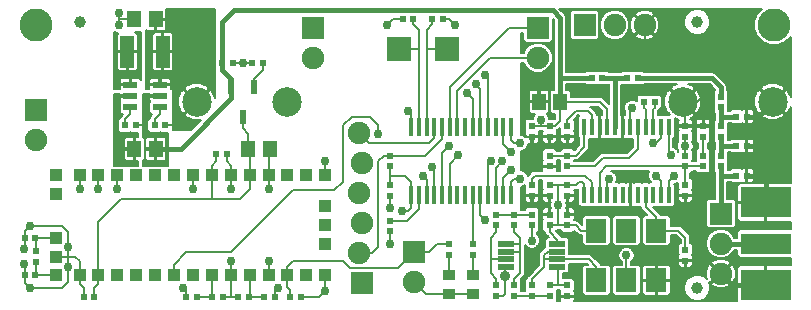
<source format=gtl>
G04 (created by PCBNEW (2013-07-07 BZR 4022)-stable) date 3/11/2014 9:35:08 AM*
%MOIN*%
G04 Gerber Fmt 3.4, Leading zero omitted, Abs format*
%FSLAX34Y34*%
G01*
G70*
G90*
G04 APERTURE LIST*
%ADD10C,0.00590551*%
%ADD11R,0.0476378X0.0232283*%
%ADD12R,0.0232283X0.0476378*%
%ADD13R,0.0161417X0.061811*%
%ADD14R,0.0161417X0.057874*%
%ADD15R,0.0559055X0.0185039*%
%ADD16R,0.0244094X0.0244094*%
%ADD17R,0.0708661X0.0787402*%
%ADD18R,0.0393701X0.0374016*%
%ADD19R,0.0452756X0.106299*%
%ADD20R,0.0452756X0.0570866*%
%ADD21R,0.0393701X0.0393701*%
%ADD22R,0.075X0.075*%
%ADD23C,0.075*%
%ADD24R,0.0811024X0.0791339*%
%ADD25C,0.0984252*%
%ADD26R,0.165X0.0701*%
%ADD27R,0.165X0.1049*%
%ADD28C,0.110236*%
%ADD29C,0.0393701*%
%ADD30C,0.03*%
%ADD31C,0.035*%
%ADD32C,0.008*%
%ADD33C,0.016*%
G04 APERTURE END LIST*
G54D10*
G54D11*
X3935Y-2775D03*
X4923Y-2775D03*
X3935Y-3523D03*
X3935Y-3149D03*
X4923Y-3523D03*
X4923Y-3149D03*
G54D12*
X8051Y-2852D03*
X7677Y-3840D03*
X7303Y-2852D03*
G54D13*
X13297Y-6444D03*
X16624Y-6444D03*
X16624Y-4185D03*
X13297Y-4185D03*
X13553Y-6444D03*
X16368Y-6444D03*
X16368Y-4185D03*
X13553Y-4185D03*
X13809Y-6444D03*
X16112Y-6444D03*
X16112Y-4185D03*
X13809Y-4185D03*
X14064Y-6444D03*
X15856Y-6444D03*
X15856Y-4185D03*
X14064Y-4185D03*
X14320Y-6444D03*
X15600Y-6444D03*
X15600Y-4185D03*
X14320Y-4185D03*
X14576Y-6444D03*
X15344Y-6444D03*
X15344Y-4185D03*
X14576Y-4185D03*
X14832Y-6444D03*
X15088Y-6444D03*
X15088Y-4185D03*
X14832Y-4185D03*
G54D14*
X19064Y-6444D03*
X19320Y-6444D03*
X19576Y-6444D03*
X19832Y-6444D03*
X20088Y-6444D03*
X20344Y-6444D03*
X20600Y-6444D03*
X20856Y-6444D03*
X21112Y-6444D03*
X21368Y-6444D03*
X21624Y-6444D03*
X21879Y-6444D03*
X21879Y-4185D03*
X21624Y-4185D03*
X21368Y-4185D03*
X21112Y-4185D03*
X20856Y-4185D03*
X20600Y-4185D03*
X20344Y-4185D03*
X20088Y-4185D03*
X19832Y-4185D03*
X19576Y-4185D03*
X19320Y-4185D03*
X19064Y-4185D03*
G54D15*
X16470Y-8080D03*
X16470Y-8336D03*
X16470Y-8592D03*
X16470Y-8848D03*
X18175Y-8848D03*
X18175Y-8592D03*
X18175Y-8336D03*
X18175Y-8080D03*
G54D16*
X17322Y-7460D03*
X17322Y-7106D03*
X18503Y-4507D03*
X18503Y-4153D03*
X23031Y-5137D03*
X23031Y-5492D03*
X4744Y-4133D03*
X5098Y-4133D03*
X22440Y-5492D03*
X22440Y-5137D03*
X12598Y-5137D03*
X12598Y-5492D03*
X16141Y-7106D03*
X16141Y-7460D03*
X16732Y-9468D03*
X16732Y-9822D03*
X17913Y-9822D03*
X17913Y-9468D03*
X7992Y-2066D03*
X8346Y-2066D03*
X7362Y-2066D03*
X7007Y-2066D03*
G54D17*
X19472Y-9291D03*
X20472Y-9291D03*
X21472Y-9291D03*
X21472Y-7637D03*
X20472Y-7637D03*
X19472Y-7637D03*
G54D18*
X14566Y-9133D03*
X14566Y-9763D03*
X15354Y-9133D03*
X15354Y-9763D03*
G54D19*
X5019Y-1673D03*
X3838Y-1673D03*
G54D16*
X20492Y-2559D03*
X20846Y-2559D03*
X19665Y-2559D03*
X19311Y-2559D03*
X767Y-7874D03*
X413Y-7874D03*
X5807Y-9842D03*
X6161Y-9842D03*
X23622Y-4153D03*
X23622Y-4507D03*
X23622Y-5137D03*
X23622Y-5492D03*
X21062Y-3346D03*
X21417Y-3346D03*
X767Y-9133D03*
X413Y-9133D03*
X8759Y-9842D03*
X8405Y-9842D03*
G54D20*
X4783Y-4921D03*
X4074Y-4921D03*
X4783Y-590D03*
X4074Y-590D03*
X7874Y-4921D03*
X8582Y-4921D03*
G54D16*
X12598Y-6122D03*
X12598Y-6476D03*
X13996Y-590D03*
X14350Y-590D03*
X787Y-8326D03*
X787Y-8681D03*
X24133Y-5807D03*
X24488Y-5807D03*
X13366Y-590D03*
X13011Y-590D03*
X4114Y-4133D03*
X3759Y-4133D03*
X16732Y-7106D03*
X16732Y-7460D03*
X17913Y-7460D03*
X17913Y-7106D03*
X16141Y-9468D03*
X16141Y-9822D03*
X17322Y-9822D03*
X17322Y-9468D03*
X18503Y-9468D03*
X18503Y-9822D03*
X17322Y-4153D03*
X17322Y-4507D03*
X6673Y-9842D03*
X7027Y-9842D03*
X7893Y-9842D03*
X7539Y-9842D03*
X6791Y-5078D03*
X7145Y-5078D03*
X17322Y-6122D03*
X17322Y-6476D03*
X18503Y-5137D03*
X18503Y-5492D03*
X17913Y-5137D03*
X17913Y-5492D03*
X17913Y-4153D03*
X17913Y-4507D03*
X18503Y-6122D03*
X18503Y-6476D03*
X2736Y-9842D03*
X2381Y-9842D03*
X17913Y-6122D03*
X17913Y-6476D03*
X22440Y-6122D03*
X22440Y-6476D03*
X23031Y-4507D03*
X23031Y-4153D03*
X22440Y-4507D03*
X22440Y-4153D03*
X23622Y-3169D03*
X23622Y-3523D03*
X24133Y-3838D03*
X24488Y-3838D03*
X24133Y-4822D03*
X24488Y-4822D03*
X9271Y-9842D03*
X9625Y-9842D03*
X22440Y-8287D03*
X22440Y-8641D03*
X18503Y-7460D03*
X18503Y-7106D03*
G54D21*
X1456Y-9133D03*
X1456Y-8503D03*
X1456Y-7874D03*
X2244Y-9133D03*
X2874Y-9133D03*
X3503Y-9133D03*
X4133Y-9133D03*
X4763Y-9133D03*
X5393Y-9133D03*
X6023Y-9133D03*
X6653Y-9133D03*
X7283Y-9133D03*
X7913Y-9133D03*
X8543Y-9133D03*
X9173Y-9133D03*
X9803Y-9133D03*
X10433Y-9133D03*
X10433Y-8090D03*
X10433Y-7460D03*
X10433Y-6830D03*
X10433Y-5787D03*
X9803Y-5787D03*
X9173Y-5787D03*
X8543Y-5787D03*
X7913Y-5787D03*
X7283Y-5787D03*
X6653Y-5787D03*
X6023Y-5787D03*
X5393Y-5787D03*
X4763Y-5787D03*
X4133Y-5787D03*
X3503Y-5787D03*
X2874Y-5787D03*
X2244Y-5787D03*
X1456Y-5787D03*
X1456Y-6417D03*
G54D22*
X11664Y-9389D03*
G54D23*
X11564Y-8389D03*
X11664Y-7389D03*
X11564Y-6389D03*
X11664Y-5389D03*
X11555Y-4397D03*
G54D22*
X17519Y-877D03*
G54D23*
X17519Y-1877D03*
G54D22*
X13385Y-8358D03*
G54D23*
X13385Y-9358D03*
G54D22*
X10039Y-877D03*
G54D23*
X10039Y-1877D03*
G54D22*
X787Y-3633D03*
G54D23*
X787Y-4633D03*
G54D22*
X19078Y-787D03*
G54D23*
X20078Y-787D03*
X21078Y-787D03*
G54D22*
X23622Y-7070D03*
G54D23*
X23622Y-8070D03*
X23622Y-9070D03*
G54D16*
X12598Y-7657D03*
X12598Y-7303D03*
G54D24*
X12883Y-1574D03*
X14478Y-1574D03*
G54D20*
X18267Y-3346D03*
X17559Y-3346D03*
G54D25*
X9147Y-3346D03*
X6147Y-3346D03*
X25348Y-3346D03*
X22348Y-3346D03*
G54D26*
X25118Y-8070D03*
G54D27*
X25118Y-9445D03*
X25118Y-6695D03*
G54D16*
X14566Y-8444D03*
X14566Y-8090D03*
X15354Y-8444D03*
X15354Y-8090D03*
G54D28*
X25393Y-787D03*
X787Y-787D03*
G54D29*
X22834Y-688D03*
X22834Y-9547D03*
X2263Y-688D03*
G54D30*
X12992Y-6988D03*
X17618Y-3937D03*
X18208Y-6791D03*
X12598Y-8070D03*
X14566Y-4822D03*
X17322Y-7972D03*
X15748Y-7283D03*
X15944Y-5314D03*
X20472Y-8464D03*
X15452Y-2755D03*
X15748Y-2460D03*
X15157Y-3051D03*
X7677Y-2066D03*
X12204Y-4429D03*
X14862Y-5118D03*
X22047Y-5807D03*
X16338Y-5314D03*
X5708Y-9547D03*
X13681Y-5807D03*
X21456Y-5807D03*
X16633Y-5610D03*
X21948Y-5118D03*
X16633Y-5019D03*
X19881Y-5905D03*
X16929Y-5905D03*
X16929Y-4724D03*
X21358Y-4724D03*
X8858Y-9547D03*
X13976Y-5511D03*
X22440Y-4822D03*
X20669Y-3543D03*
X17618Y-6791D03*
X17125Y-3346D03*
X19586Y-2165D03*
X18799Y-2952D03*
X19586Y-2952D03*
X20374Y-2165D03*
X18799Y-2165D03*
X21751Y-8464D03*
X21161Y-8464D03*
X20866Y-6988D03*
X22440Y-6889D03*
X21751Y-6988D03*
X23228Y-2952D03*
X20472Y-2952D03*
X21062Y-2952D03*
X23720Y-2460D03*
X21948Y-2165D03*
X21161Y-2165D03*
X22736Y-2165D03*
X24015Y-3346D03*
X1870Y-8169D03*
X590Y-7480D03*
X1870Y-8858D03*
X590Y-9547D03*
X393Y-8267D03*
X393Y-8759D03*
X10433Y-9645D03*
X18799Y-9153D03*
X14763Y-787D03*
X12500Y-787D03*
X13188Y-3641D03*
X24901Y-5807D03*
X24901Y-4822D03*
X22440Y-9055D03*
X3543Y-787D03*
X3543Y-393D03*
X3543Y-4921D03*
X3543Y-5314D03*
X3543Y-4527D03*
X10433Y-5314D03*
X8543Y-6259D03*
X6023Y-6259D03*
X7283Y-6259D03*
X3503Y-6259D03*
X2874Y-6259D03*
X2244Y-6259D03*
X7283Y-8661D03*
X8543Y-8661D03*
X12598Y-6889D03*
X18897Y-6988D03*
X20669Y-5905D03*
G54D31*
X16437Y-9153D03*
G54D32*
X13385Y-8358D02*
X13885Y-8358D01*
X14153Y-8090D02*
X14566Y-8090D01*
X13885Y-8358D02*
X14153Y-8090D01*
X11515Y-8887D02*
X11250Y-8887D01*
X12856Y-8887D02*
X11515Y-8887D01*
X13385Y-8358D02*
X12856Y-8887D01*
X9173Y-8838D02*
X9173Y-9133D01*
X9350Y-8661D02*
X9173Y-8838D01*
X11023Y-8661D02*
X9350Y-8661D01*
X11250Y-8887D02*
X11023Y-8661D01*
X13297Y-6444D02*
X13297Y-6879D01*
X13188Y-6988D02*
X12992Y-6988D01*
X13297Y-6879D02*
X13188Y-6988D01*
X17618Y-4153D02*
X17618Y-3937D01*
X9173Y-9133D02*
X9173Y-9527D01*
X9271Y-9625D02*
X9271Y-9842D01*
X9173Y-9527D02*
X9271Y-9625D01*
X12598Y-5807D02*
X13090Y-5807D01*
X13297Y-6013D02*
X13297Y-6444D01*
X13090Y-5807D02*
X13297Y-6013D01*
G54D33*
X19311Y-2559D02*
X18267Y-2559D01*
X18267Y-3346D02*
X18267Y-2559D01*
X18267Y-2559D02*
X18267Y-551D01*
X7007Y-669D02*
X7007Y-2066D01*
X7381Y-295D02*
X7007Y-669D01*
X18011Y-295D02*
X7381Y-295D01*
X18267Y-551D02*
X18011Y-295D01*
X7007Y-2066D02*
X7007Y-2283D01*
X7007Y-2283D02*
X7303Y-2578D01*
X7303Y-2578D02*
X7303Y-2852D01*
X4783Y-4921D02*
X5610Y-4921D01*
X7303Y-3228D02*
X7303Y-2852D01*
X5610Y-4921D02*
X7303Y-3228D01*
G54D32*
X19832Y-4185D02*
X19832Y-3592D01*
X19586Y-3346D02*
X18267Y-3346D01*
X19832Y-3592D02*
X19586Y-3346D01*
X4114Y-4133D02*
X4429Y-4133D01*
X4527Y-3149D02*
X4923Y-3149D01*
X4429Y-3248D02*
X4527Y-3149D01*
X4429Y-4133D02*
X4429Y-3248D01*
X12598Y-5492D02*
X12598Y-5807D01*
X12598Y-5807D02*
X12598Y-6122D01*
X17913Y-4153D02*
X18090Y-4153D01*
X18267Y-3976D02*
X18267Y-3346D01*
X18090Y-4153D02*
X18267Y-3976D01*
X18208Y-7460D02*
X18208Y-6791D01*
X18208Y-6791D02*
X18208Y-6122D01*
X19472Y-7637D02*
X18956Y-7637D01*
X18779Y-7460D02*
X18503Y-7460D01*
X18956Y-7637D02*
X18779Y-7460D01*
X19064Y-6444D02*
X19064Y-6072D01*
X18779Y-6122D02*
X18503Y-6122D01*
X18897Y-6003D02*
X18779Y-6122D01*
X18996Y-6003D02*
X18897Y-6003D01*
X19064Y-6072D02*
X18996Y-6003D01*
X17913Y-6122D02*
X18208Y-6122D01*
X18208Y-6122D02*
X18503Y-6122D01*
X17913Y-7460D02*
X17913Y-7677D01*
X17913Y-7677D02*
X18175Y-7938D01*
X18175Y-7938D02*
X18175Y-8080D01*
X17913Y-7460D02*
X18208Y-7460D01*
X18208Y-7460D02*
X18503Y-7460D01*
X17322Y-4153D02*
X17618Y-4153D01*
X17618Y-4153D02*
X17913Y-4153D01*
X12598Y-7657D02*
X12598Y-8070D01*
X14320Y-5068D02*
X14320Y-6444D01*
X14320Y-5068D02*
X14566Y-4822D01*
X5098Y-4133D02*
X5360Y-4133D01*
X5360Y-4133D02*
X6147Y-3346D01*
X15600Y-6444D02*
X15600Y-7135D01*
X17322Y-7972D02*
X17322Y-7460D01*
X15600Y-7135D02*
X15748Y-7283D01*
X15856Y-5403D02*
X15944Y-5314D01*
X15856Y-6444D02*
X15856Y-5403D01*
X20472Y-8464D02*
X20472Y-9291D01*
X15600Y-2903D02*
X15452Y-2755D01*
X15600Y-4185D02*
X15600Y-2903D01*
X15856Y-2568D02*
X15748Y-2460D01*
X15856Y-4185D02*
X15856Y-2568D01*
X15344Y-3238D02*
X15157Y-3051D01*
X15344Y-4185D02*
X15344Y-3238D01*
X7362Y-2066D02*
X7677Y-2066D01*
X7677Y-2066D02*
X7992Y-2066D01*
X14576Y-6444D02*
X14576Y-5403D01*
X5393Y-8779D02*
X5393Y-9133D01*
X5807Y-8366D02*
X5393Y-8779D01*
X7283Y-8366D02*
X5807Y-8366D01*
X9350Y-6299D02*
X7283Y-8366D01*
X10728Y-6299D02*
X9350Y-6299D01*
X11023Y-6003D02*
X10728Y-6299D01*
X11023Y-4133D02*
X11023Y-6003D01*
X11318Y-3838D02*
X11023Y-4133D01*
X11909Y-3838D02*
X11318Y-3838D01*
X12204Y-4133D02*
X11909Y-3838D01*
X12204Y-4429D02*
X12204Y-4133D01*
X14576Y-5403D02*
X14862Y-5118D01*
X22047Y-5807D02*
X21879Y-5974D01*
X21879Y-6444D02*
X21879Y-5974D01*
X16112Y-5541D02*
X16112Y-6444D01*
X16338Y-5314D02*
X16112Y-5541D01*
X18175Y-8592D02*
X19222Y-8592D01*
X19472Y-8842D02*
X19472Y-9291D01*
X19222Y-8592D02*
X19472Y-8842D01*
X18175Y-8592D02*
X17716Y-8592D01*
X17716Y-8592D02*
X17716Y-8562D01*
X18175Y-8336D02*
X17844Y-8336D01*
X17322Y-9251D02*
X17322Y-9468D01*
X17716Y-8858D02*
X17322Y-9251D01*
X17716Y-8464D02*
X17716Y-8562D01*
X17716Y-8562D02*
X17716Y-8858D01*
X17844Y-8336D02*
X17716Y-8464D01*
X5807Y-9645D02*
X5708Y-9547D01*
X5807Y-9842D02*
X5807Y-9645D01*
X13809Y-5935D02*
X13681Y-5807D01*
X13809Y-6444D02*
X13809Y-5935D01*
X21456Y-5807D02*
X21624Y-5974D01*
X21624Y-6444D02*
X21624Y-5974D01*
X16368Y-5875D02*
X16368Y-6444D01*
X16633Y-5610D02*
X16368Y-5875D01*
X14832Y-4185D02*
X14832Y-2982D01*
X15937Y-1877D02*
X17519Y-1877D01*
X14832Y-2982D02*
X15937Y-1877D01*
X14576Y-4185D02*
X14576Y-2844D01*
X16543Y-877D02*
X17519Y-877D01*
X14576Y-2844D02*
X16543Y-877D01*
X21879Y-5049D02*
X21948Y-5118D01*
X21879Y-4185D02*
X21879Y-5049D01*
X16368Y-4753D02*
X16368Y-4185D01*
X16633Y-5019D02*
X16368Y-4753D01*
X15344Y-6444D02*
X15344Y-8080D01*
X15344Y-8080D02*
X15354Y-8090D01*
X14064Y-4185D02*
X14064Y-4537D01*
X11881Y-4724D02*
X11555Y-4397D01*
X13877Y-4724D02*
X11881Y-4724D01*
X14064Y-4537D02*
X13877Y-4724D01*
X11564Y-8389D02*
X11984Y-8389D01*
X12381Y-5137D02*
X12598Y-5137D01*
X12204Y-5314D02*
X12381Y-5137D01*
X12204Y-8169D02*
X12204Y-5314D01*
X11984Y-8389D02*
X12204Y-8169D01*
X14320Y-4185D02*
X14320Y-4576D01*
X13759Y-5137D02*
X12598Y-5137D01*
X14320Y-4576D02*
X13759Y-5137D01*
X16624Y-6444D02*
X16624Y-6013D01*
X19832Y-5954D02*
X19832Y-6444D01*
X19881Y-5905D02*
X19832Y-5954D01*
X16624Y-6013D02*
X16732Y-5905D01*
X16732Y-5905D02*
X16929Y-5905D01*
X21624Y-4185D02*
X21624Y-4557D01*
X16624Y-4616D02*
X16624Y-4185D01*
X16732Y-4724D02*
X16929Y-4724D01*
X16624Y-4616D02*
X16732Y-4724D01*
X21456Y-4724D02*
X21358Y-4724D01*
X21624Y-4557D02*
X21456Y-4724D01*
X13553Y-4185D02*
X13553Y-1574D01*
X12883Y-1574D02*
X13553Y-1574D01*
X13553Y-1574D02*
X13553Y-954D01*
X13366Y-767D02*
X13366Y-590D01*
X13553Y-954D02*
X13366Y-767D01*
X13809Y-1574D02*
X13809Y-4185D01*
X14478Y-1574D02*
X13809Y-1574D01*
X13809Y-1574D02*
X13809Y-954D01*
X13996Y-767D02*
X13996Y-590D01*
X13809Y-954D02*
X13996Y-767D01*
X8759Y-9645D02*
X8858Y-9547D01*
X8759Y-9842D02*
X8759Y-9645D01*
X14064Y-5600D02*
X14064Y-6444D01*
X13976Y-5511D02*
X14064Y-5600D01*
X22440Y-5492D02*
X19803Y-5492D01*
X19576Y-5718D02*
X19576Y-6444D01*
X19803Y-5492D02*
X19576Y-5718D01*
X22440Y-5492D02*
X23031Y-5492D01*
X22440Y-5492D02*
X22440Y-5807D01*
X22440Y-5807D02*
X22440Y-6122D01*
X21368Y-4185D02*
X21368Y-3592D01*
X21417Y-3543D02*
X21417Y-3346D01*
X21368Y-3592D02*
X21417Y-3543D01*
X21112Y-4185D02*
X21112Y-3592D01*
X21062Y-3543D02*
X21062Y-3346D01*
X21112Y-3592D02*
X21062Y-3543D01*
G54D33*
X20088Y-4185D02*
X20088Y-2559D01*
X20088Y-2559D02*
X20078Y-2559D01*
X19665Y-2559D02*
X20078Y-2559D01*
X20078Y-2559D02*
X20492Y-2559D01*
X24133Y-5807D02*
X23622Y-5807D01*
X23622Y-5492D02*
X23622Y-5807D01*
X23622Y-5807D02*
X23622Y-7070D01*
G54D32*
X20600Y-4185D02*
X20600Y-3612D01*
X20600Y-3612D02*
X20669Y-3543D01*
X22440Y-5137D02*
X22440Y-4822D01*
X22440Y-4822D02*
X22440Y-4507D01*
X17322Y-6476D02*
X17322Y-6692D01*
X17618Y-6791D02*
X17913Y-6791D01*
X17421Y-6791D02*
X17618Y-6791D01*
X17322Y-6692D02*
X17421Y-6791D01*
X17913Y-6476D02*
X17913Y-6791D01*
X17913Y-6791D02*
X17913Y-7106D01*
X17322Y-4507D02*
X17106Y-4507D01*
X17125Y-3346D02*
X17559Y-3346D01*
X17027Y-3444D02*
X17125Y-3346D01*
X17027Y-4429D02*
X17027Y-3444D01*
X17106Y-4507D02*
X17027Y-4429D01*
X19586Y-2952D02*
X18799Y-2952D01*
X18799Y-2165D02*
X19586Y-2165D01*
X19586Y-2165D02*
X20374Y-2165D01*
X21472Y-9291D02*
X21472Y-8744D01*
X21472Y-8744D02*
X21751Y-8464D01*
X21472Y-9291D02*
X21472Y-8775D01*
X21472Y-8775D02*
X21161Y-8464D01*
X20600Y-6444D02*
X20600Y-6820D01*
X20767Y-6988D02*
X20866Y-6988D01*
X20600Y-6820D02*
X20767Y-6988D01*
X22440Y-6889D02*
X22342Y-6988D01*
X22440Y-6476D02*
X22440Y-6889D01*
X22342Y-6988D02*
X21751Y-6988D01*
X22348Y-3346D02*
X22834Y-3346D01*
X22834Y-3346D02*
X23228Y-2952D01*
X21062Y-2952D02*
X20472Y-2952D01*
X20344Y-3080D02*
X20472Y-2952D01*
X20344Y-3080D02*
X20344Y-4185D01*
X23720Y-2460D02*
X24015Y-2755D01*
X23425Y-2165D02*
X23720Y-2460D01*
X22736Y-2165D02*
X21948Y-2165D01*
X21161Y-2165D02*
X20374Y-2165D01*
X21078Y-1460D02*
X20374Y-2165D01*
X21078Y-787D02*
X21078Y-1460D01*
X21948Y-2165D02*
X21161Y-2165D01*
X22736Y-2165D02*
X23425Y-2165D01*
X24015Y-2755D02*
X24015Y-3346D01*
X590Y-7480D02*
X1673Y-7480D01*
X1870Y-8503D02*
X1870Y-8169D01*
X413Y-7657D02*
X590Y-7480D01*
X413Y-7657D02*
X413Y-7874D01*
X1870Y-7677D02*
X1870Y-8169D01*
X1673Y-7480D02*
X1870Y-7677D01*
X590Y-9547D02*
X1673Y-9547D01*
X1870Y-8503D02*
X1870Y-8858D01*
X413Y-9370D02*
X590Y-9547D01*
X413Y-9370D02*
X413Y-9133D01*
X1870Y-9350D02*
X1870Y-8858D01*
X1673Y-9547D02*
X1870Y-9350D01*
X413Y-7874D02*
X413Y-8248D01*
X413Y-8248D02*
X393Y-8267D01*
X413Y-9133D02*
X413Y-8779D01*
X413Y-8779D02*
X393Y-8759D01*
X18503Y-9822D02*
X18720Y-9822D01*
X18799Y-9744D02*
X18799Y-9153D01*
X18720Y-9822D02*
X18799Y-9744D01*
X22440Y-4153D02*
X22440Y-3438D01*
X22440Y-3438D02*
X22348Y-3346D01*
X22440Y-4153D02*
X23031Y-4153D01*
X14350Y-590D02*
X14566Y-590D01*
X14566Y-590D02*
X14763Y-787D01*
X13011Y-590D02*
X12696Y-590D01*
X12696Y-590D02*
X12500Y-787D01*
X13297Y-4185D02*
X13297Y-3750D01*
X13297Y-3750D02*
X13188Y-3641D01*
X17913Y-5492D02*
X17696Y-5492D01*
X17618Y-5413D02*
X17618Y-4507D01*
X17696Y-5492D02*
X17618Y-5413D01*
G54D33*
X25118Y-6695D02*
X25118Y-6023D01*
X24901Y-5807D02*
X24488Y-5807D01*
X25118Y-6023D02*
X24901Y-5807D01*
X25118Y-9445D02*
X23997Y-9445D01*
X23997Y-9445D02*
X23622Y-9070D01*
X24488Y-4822D02*
X24901Y-4822D01*
X24488Y-3838D02*
X24856Y-3838D01*
X24856Y-3838D02*
X25348Y-3346D01*
G54D32*
X22440Y-8641D02*
X22440Y-9055D01*
X22204Y-9291D02*
X22440Y-9055D01*
X22204Y-9291D02*
X21472Y-9291D01*
X3543Y-590D02*
X3543Y-787D01*
X4074Y-590D02*
X3543Y-590D01*
X3543Y-590D02*
X3543Y-393D01*
X3543Y-4921D02*
X3543Y-5314D01*
X3543Y-4527D02*
X3543Y-4921D01*
X3543Y-4921D02*
X4074Y-4921D01*
X8543Y-5787D02*
X8543Y-4960D01*
X8543Y-4960D02*
X8582Y-4921D01*
X9625Y-9842D02*
X10236Y-9842D01*
X10433Y-9645D02*
X10433Y-9133D01*
X10236Y-9842D02*
X10433Y-9645D01*
X10433Y-5787D02*
X10433Y-5314D01*
X8543Y-5787D02*
X8543Y-6259D01*
X6023Y-5787D02*
X6023Y-6259D01*
X7283Y-5787D02*
X7283Y-6259D01*
X7283Y-5787D02*
X7283Y-5472D01*
X7145Y-5334D02*
X7145Y-5078D01*
X7283Y-5472D02*
X7145Y-5334D01*
X3503Y-5787D02*
X3503Y-6259D01*
X2874Y-5787D02*
X2874Y-6259D01*
X2244Y-5787D02*
X2244Y-6259D01*
X1870Y-8503D02*
X2086Y-8503D01*
X2244Y-8661D02*
X2244Y-9133D01*
X2086Y-8503D02*
X2244Y-8661D01*
X7283Y-9133D02*
X7283Y-8661D01*
X8543Y-9133D02*
X8543Y-8661D01*
X7283Y-9842D02*
X7283Y-9133D01*
X7027Y-9842D02*
X7283Y-9842D01*
X7283Y-9842D02*
X7539Y-9842D01*
X2244Y-9133D02*
X2244Y-9429D01*
X2244Y-9429D02*
X2381Y-9566D01*
X2381Y-9566D02*
X2381Y-9842D01*
X1456Y-8503D02*
X1870Y-8503D01*
X14566Y-9763D02*
X13791Y-9763D01*
X13791Y-9763D02*
X13385Y-9358D01*
X15354Y-9763D02*
X14566Y-9763D01*
X12598Y-6476D02*
X12598Y-6889D01*
X18503Y-6791D02*
X18700Y-6791D01*
X18700Y-6791D02*
X18897Y-6988D01*
X17913Y-4507D02*
X18503Y-4507D01*
X17322Y-4507D02*
X17618Y-4507D01*
X17618Y-4507D02*
X17913Y-4507D01*
X20344Y-4185D02*
X20344Y-4557D01*
X19576Y-4616D02*
X19685Y-4724D01*
X19576Y-4616D02*
X19576Y-4185D01*
X20177Y-4724D02*
X19685Y-4724D01*
X20344Y-4557D02*
X20177Y-4724D01*
X20600Y-6444D02*
X20600Y-5974D01*
X20600Y-5974D02*
X20669Y-5905D01*
X18503Y-6476D02*
X18503Y-6791D01*
X18503Y-6791D02*
X18503Y-7106D01*
X16141Y-9822D02*
X16358Y-9822D01*
X16437Y-8881D02*
X16437Y-9153D01*
X16437Y-8881D02*
X16470Y-8848D01*
X16437Y-9744D02*
X16437Y-9153D01*
X16358Y-9822D02*
X16437Y-9744D01*
X14566Y-8444D02*
X14566Y-9133D01*
X15354Y-8444D02*
X15354Y-9133D01*
X787Y-8326D02*
X787Y-7893D01*
X787Y-7893D02*
X767Y-7874D01*
X1456Y-7874D02*
X767Y-7874D01*
X787Y-8681D02*
X787Y-9114D01*
X787Y-9114D02*
X767Y-9133D01*
X1456Y-9133D02*
X767Y-9133D01*
G54D33*
X23622Y-8070D02*
X25118Y-8070D01*
G54D32*
X6653Y-5787D02*
X6653Y-6594D01*
X6653Y-6594D02*
X6594Y-6594D01*
X2874Y-9133D02*
X2874Y-7362D01*
X2874Y-7362D02*
X3641Y-6594D01*
X3641Y-6594D02*
X6594Y-6594D01*
X7913Y-6259D02*
X7913Y-5787D01*
X6594Y-6594D02*
X7578Y-6594D01*
X7578Y-6594D02*
X7913Y-6259D01*
X7677Y-3840D02*
X7677Y-4232D01*
X7677Y-4232D02*
X7874Y-4429D01*
X7874Y-4429D02*
X7874Y-4921D01*
X7913Y-5787D02*
X7913Y-4960D01*
X7913Y-4960D02*
X7874Y-4921D01*
X6653Y-5787D02*
X6653Y-5472D01*
X6653Y-5472D02*
X6791Y-5334D01*
X6791Y-5334D02*
X6791Y-5078D01*
X2874Y-9133D02*
X2874Y-9429D01*
X2736Y-9566D02*
X2736Y-9842D01*
X2874Y-9429D02*
X2736Y-9566D01*
X8346Y-2066D02*
X8346Y-2283D01*
X8051Y-2578D02*
X8051Y-2852D01*
X8346Y-2283D02*
X8051Y-2578D01*
X6161Y-9842D02*
X6673Y-9842D01*
X6653Y-9133D02*
X6653Y-9822D01*
X6653Y-9822D02*
X6673Y-9842D01*
X7893Y-9842D02*
X8405Y-9842D01*
X7913Y-9133D02*
X7913Y-9822D01*
X7913Y-9822D02*
X7893Y-9842D01*
X19320Y-4185D02*
X19320Y-3769D01*
X18503Y-3937D02*
X18503Y-4153D01*
X18799Y-3641D02*
X18503Y-3937D01*
X19192Y-3641D02*
X18799Y-3641D01*
X19320Y-3769D02*
X19192Y-3641D01*
X17322Y-6122D02*
X17322Y-5905D01*
X19320Y-6033D02*
X19320Y-6444D01*
X19094Y-5807D02*
X19320Y-6033D01*
X17421Y-5807D02*
X19094Y-5807D01*
X17322Y-5905D02*
X17421Y-5807D01*
X19064Y-4185D02*
X19064Y-4852D01*
X18779Y-5137D02*
X18503Y-5137D01*
X19064Y-4852D02*
X18779Y-5137D01*
X17913Y-5137D02*
X18503Y-5137D01*
X20570Y-5216D02*
X19685Y-5216D01*
X20856Y-4931D02*
X20570Y-5216D01*
X20856Y-4185D02*
X20856Y-4931D01*
X19409Y-5492D02*
X18503Y-5492D01*
X19685Y-5216D02*
X19409Y-5492D01*
G54D33*
X24133Y-4822D02*
X23622Y-4822D01*
X23622Y-4507D02*
X23622Y-4822D01*
X23622Y-4822D02*
X23622Y-5137D01*
X24133Y-3838D02*
X23622Y-3838D01*
X23622Y-3523D02*
X23622Y-3838D01*
X23622Y-3838D02*
X23622Y-4153D01*
X20846Y-2559D02*
X23326Y-2559D01*
X23622Y-2854D02*
X23622Y-3169D01*
X23326Y-2559D02*
X23622Y-2854D01*
G54D32*
X23031Y-5137D02*
X23031Y-4507D01*
X21472Y-7637D02*
X22204Y-7637D01*
X22440Y-7874D02*
X22440Y-8287D01*
X22204Y-7637D02*
X22440Y-7874D01*
X21472Y-7637D02*
X21472Y-7200D01*
X21112Y-6840D02*
X21112Y-6444D01*
X21472Y-7200D02*
X21112Y-6840D01*
X4923Y-3523D02*
X4923Y-3738D01*
X4744Y-3917D02*
X4744Y-4133D01*
X4923Y-3738D02*
X4744Y-3917D01*
X16732Y-7106D02*
X17322Y-7106D01*
X16141Y-7106D02*
X16732Y-7106D01*
X16470Y-8336D02*
X16929Y-8336D01*
X16929Y-8336D02*
X16929Y-8366D01*
X16470Y-8080D02*
X16929Y-8080D01*
X16929Y-8080D02*
X16929Y-8070D01*
X16732Y-9468D02*
X16732Y-9251D01*
X16732Y-7677D02*
X16929Y-7874D01*
X16732Y-7677D02*
X16732Y-7460D01*
X16929Y-9055D02*
X16929Y-8366D01*
X16929Y-8366D02*
X16929Y-8070D01*
X16929Y-8070D02*
X16929Y-7874D01*
X16732Y-9251D02*
X16929Y-9055D01*
X3935Y-3523D02*
X3935Y-3742D01*
X3759Y-3917D02*
X3759Y-4133D01*
X3935Y-3742D02*
X3759Y-3917D01*
X17322Y-9822D02*
X17913Y-9822D01*
X16732Y-9822D02*
X17322Y-9822D01*
X12598Y-7303D02*
X13169Y-7303D01*
X13553Y-6919D02*
X13553Y-6444D01*
X13169Y-7303D02*
X13553Y-6919D01*
X18208Y-9468D02*
X18208Y-8881D01*
X18208Y-8881D02*
X18175Y-8848D01*
X17913Y-9468D02*
X18208Y-9468D01*
X18208Y-9468D02*
X18503Y-9468D01*
X16470Y-8592D02*
X15944Y-8592D01*
X15944Y-8592D02*
X15944Y-8562D01*
X16141Y-7460D02*
X16141Y-7677D01*
X16141Y-9251D02*
X15944Y-9055D01*
X16141Y-9251D02*
X16141Y-9468D01*
X15944Y-7874D02*
X15944Y-8562D01*
X15944Y-8562D02*
X15944Y-9055D01*
X16141Y-7677D02*
X15944Y-7874D01*
G54D10*
G36*
X6751Y-3206D02*
X6669Y-3003D01*
X6664Y-2995D01*
X6581Y-2940D01*
X6553Y-2969D01*
X6553Y-2912D01*
X6498Y-2830D01*
X6273Y-2735D01*
X6030Y-2733D01*
X5804Y-2825D01*
X5797Y-2830D01*
X5741Y-2912D01*
X6147Y-3318D01*
X6553Y-2912D01*
X6553Y-2969D01*
X6175Y-3346D01*
X6181Y-3352D01*
X6153Y-3380D01*
X6147Y-3374D01*
X6119Y-3403D01*
X6119Y-3346D01*
X5713Y-2940D01*
X5631Y-2995D01*
X5536Y-3220D01*
X5534Y-3463D01*
X5626Y-3689D01*
X5631Y-3696D01*
X5713Y-3752D01*
X6119Y-3346D01*
X6119Y-3403D01*
X5741Y-3780D01*
X5797Y-3862D01*
X6021Y-3957D01*
X6264Y-3959D01*
X6305Y-3942D01*
X5957Y-4290D01*
X5366Y-4290D01*
X5366Y-2180D01*
X5366Y-1165D01*
X5366Y-1117D01*
X5347Y-1073D01*
X5313Y-1039D01*
X5269Y-1021D01*
X5129Y-1021D01*
X5129Y-852D01*
X5129Y-640D01*
X5099Y-610D01*
X4803Y-610D01*
X4803Y-965D01*
X4833Y-995D01*
X5033Y-996D01*
X5077Y-977D01*
X5111Y-944D01*
X5129Y-899D01*
X5129Y-852D01*
X5129Y-1021D01*
X5069Y-1021D01*
X5039Y-1051D01*
X5039Y-1653D01*
X5336Y-1653D01*
X5366Y-1623D01*
X5366Y-1165D01*
X5366Y-2180D01*
X5366Y-1723D01*
X5336Y-1693D01*
X5039Y-1693D01*
X5039Y-2294D01*
X5069Y-2324D01*
X5269Y-2324D01*
X5313Y-2306D01*
X5347Y-2272D01*
X5366Y-2228D01*
X5366Y-2180D01*
X5366Y-4290D01*
X5354Y-4290D01*
X5354Y-2912D01*
X5281Y-2912D01*
X5281Y-2635D01*
X5263Y-2591D01*
X5229Y-2557D01*
X5185Y-2539D01*
X5137Y-2539D01*
X4999Y-2539D01*
X4999Y-2294D01*
X4999Y-1693D01*
X4999Y-1653D01*
X4999Y-1051D01*
X4969Y-1021D01*
X4769Y-1021D01*
X4725Y-1039D01*
X4691Y-1073D01*
X4673Y-1117D01*
X4673Y-1165D01*
X4673Y-1623D01*
X4703Y-1653D01*
X4999Y-1653D01*
X4999Y-1693D01*
X4703Y-1693D01*
X4673Y-1723D01*
X4673Y-2180D01*
X4673Y-2228D01*
X4691Y-2272D01*
X4725Y-2306D01*
X4769Y-2324D01*
X4969Y-2324D01*
X4999Y-2294D01*
X4999Y-2539D01*
X4973Y-2539D01*
X4943Y-2569D01*
X4943Y-2755D01*
X5251Y-2755D01*
X5281Y-2725D01*
X5281Y-2635D01*
X5281Y-2912D01*
X5281Y-2912D01*
X5281Y-2825D01*
X5251Y-2795D01*
X4943Y-2795D01*
X4943Y-2803D01*
X4903Y-2803D01*
X4903Y-2795D01*
X4903Y-2755D01*
X4903Y-2569D01*
X4873Y-2539D01*
X4708Y-2539D01*
X4661Y-2539D01*
X4616Y-2557D01*
X4583Y-2591D01*
X4565Y-2635D01*
X4565Y-2725D01*
X4595Y-2755D01*
X4903Y-2755D01*
X4903Y-2795D01*
X4595Y-2795D01*
X4565Y-2825D01*
X4565Y-2912D01*
X4469Y-2912D01*
X4469Y-957D01*
X4489Y-977D01*
X4533Y-996D01*
X4733Y-995D01*
X4763Y-965D01*
X4763Y-610D01*
X4755Y-610D01*
X4755Y-570D01*
X4763Y-570D01*
X4763Y-562D01*
X4803Y-562D01*
X4803Y-570D01*
X5099Y-570D01*
X5129Y-540D01*
X5129Y-328D01*
X5129Y-281D01*
X5111Y-237D01*
X5111Y-236D01*
X6751Y-236D01*
X6751Y-3206D01*
X6751Y-3206D01*
G37*
G54D32*
X6751Y-3206D02*
X6669Y-3003D01*
X6664Y-2995D01*
X6581Y-2940D01*
X6553Y-2969D01*
X6553Y-2912D01*
X6498Y-2830D01*
X6273Y-2735D01*
X6030Y-2733D01*
X5804Y-2825D01*
X5797Y-2830D01*
X5741Y-2912D01*
X6147Y-3318D01*
X6553Y-2912D01*
X6553Y-2969D01*
X6175Y-3346D01*
X6181Y-3352D01*
X6153Y-3380D01*
X6147Y-3374D01*
X6119Y-3403D01*
X6119Y-3346D01*
X5713Y-2940D01*
X5631Y-2995D01*
X5536Y-3220D01*
X5534Y-3463D01*
X5626Y-3689D01*
X5631Y-3696D01*
X5713Y-3752D01*
X6119Y-3346D01*
X6119Y-3403D01*
X5741Y-3780D01*
X5797Y-3862D01*
X6021Y-3957D01*
X6264Y-3959D01*
X6305Y-3942D01*
X5957Y-4290D01*
X5366Y-4290D01*
X5366Y-2180D01*
X5366Y-1165D01*
X5366Y-1117D01*
X5347Y-1073D01*
X5313Y-1039D01*
X5269Y-1021D01*
X5129Y-1021D01*
X5129Y-852D01*
X5129Y-640D01*
X5099Y-610D01*
X4803Y-610D01*
X4803Y-965D01*
X4833Y-995D01*
X5033Y-996D01*
X5077Y-977D01*
X5111Y-944D01*
X5129Y-899D01*
X5129Y-852D01*
X5129Y-1021D01*
X5069Y-1021D01*
X5039Y-1051D01*
X5039Y-1653D01*
X5336Y-1653D01*
X5366Y-1623D01*
X5366Y-1165D01*
X5366Y-2180D01*
X5366Y-1723D01*
X5336Y-1693D01*
X5039Y-1693D01*
X5039Y-2294D01*
X5069Y-2324D01*
X5269Y-2324D01*
X5313Y-2306D01*
X5347Y-2272D01*
X5366Y-2228D01*
X5366Y-2180D01*
X5366Y-4290D01*
X5354Y-4290D01*
X5354Y-2912D01*
X5281Y-2912D01*
X5281Y-2635D01*
X5263Y-2591D01*
X5229Y-2557D01*
X5185Y-2539D01*
X5137Y-2539D01*
X4999Y-2539D01*
X4999Y-2294D01*
X4999Y-1693D01*
X4999Y-1653D01*
X4999Y-1051D01*
X4969Y-1021D01*
X4769Y-1021D01*
X4725Y-1039D01*
X4691Y-1073D01*
X4673Y-1117D01*
X4673Y-1165D01*
X4673Y-1623D01*
X4703Y-1653D01*
X4999Y-1653D01*
X4999Y-1693D01*
X4703Y-1693D01*
X4673Y-1723D01*
X4673Y-2180D01*
X4673Y-2228D01*
X4691Y-2272D01*
X4725Y-2306D01*
X4769Y-2324D01*
X4969Y-2324D01*
X4999Y-2294D01*
X4999Y-2539D01*
X4973Y-2539D01*
X4943Y-2569D01*
X4943Y-2755D01*
X5251Y-2755D01*
X5281Y-2725D01*
X5281Y-2635D01*
X5281Y-2912D01*
X5281Y-2912D01*
X5281Y-2825D01*
X5251Y-2795D01*
X4943Y-2795D01*
X4943Y-2803D01*
X4903Y-2803D01*
X4903Y-2795D01*
X4903Y-2755D01*
X4903Y-2569D01*
X4873Y-2539D01*
X4708Y-2539D01*
X4661Y-2539D01*
X4616Y-2557D01*
X4583Y-2591D01*
X4565Y-2635D01*
X4565Y-2725D01*
X4595Y-2755D01*
X4903Y-2755D01*
X4903Y-2795D01*
X4595Y-2795D01*
X4565Y-2825D01*
X4565Y-2912D01*
X4469Y-2912D01*
X4469Y-957D01*
X4489Y-977D01*
X4533Y-996D01*
X4733Y-995D01*
X4763Y-965D01*
X4763Y-610D01*
X4755Y-610D01*
X4755Y-570D01*
X4763Y-570D01*
X4763Y-562D01*
X4803Y-562D01*
X4803Y-570D01*
X5099Y-570D01*
X5129Y-540D01*
X5129Y-328D01*
X5129Y-281D01*
X5111Y-237D01*
X5111Y-236D01*
X6751Y-236D01*
X6751Y-3206D01*
G54D10*
G36*
X5176Y-5470D02*
X5173Y-5470D01*
X5169Y-5471D01*
X5129Y-5471D01*
X5129Y-5182D01*
X5129Y-4659D01*
X5129Y-4611D01*
X5111Y-4567D01*
X5077Y-4534D01*
X5033Y-4515D01*
X4833Y-4515D01*
X4803Y-4545D01*
X4803Y-4901D01*
X5099Y-4901D01*
X5129Y-4871D01*
X5129Y-4659D01*
X5129Y-5182D01*
X5129Y-4971D01*
X5099Y-4941D01*
X4803Y-4941D01*
X4803Y-5296D01*
X4833Y-5326D01*
X5033Y-5326D01*
X5077Y-5308D01*
X5111Y-5274D01*
X5129Y-5230D01*
X5129Y-5182D01*
X5129Y-5471D01*
X4987Y-5471D01*
X4984Y-5470D01*
X4936Y-5470D01*
X4763Y-5470D01*
X4763Y-5296D01*
X4763Y-4941D01*
X4763Y-4901D01*
X4763Y-4545D01*
X4733Y-4515D01*
X4533Y-4515D01*
X4489Y-4534D01*
X4455Y-4567D01*
X4437Y-4611D01*
X4437Y-4659D01*
X4437Y-4871D01*
X4467Y-4901D01*
X4763Y-4901D01*
X4763Y-4941D01*
X4467Y-4941D01*
X4437Y-4971D01*
X4437Y-5182D01*
X4437Y-5230D01*
X4455Y-5274D01*
X4489Y-5308D01*
X4533Y-5326D01*
X4733Y-5326D01*
X4763Y-5296D01*
X4763Y-5470D01*
X4543Y-5470D01*
X4540Y-5471D01*
X4370Y-5471D01*
X4370Y-5306D01*
X4402Y-5274D01*
X4421Y-5230D01*
X4421Y-5182D01*
X4421Y-4612D01*
X4402Y-4567D01*
X4370Y-4535D01*
X4370Y-3091D01*
X4565Y-3091D01*
X4565Y-3099D01*
X4595Y-3129D01*
X4903Y-3129D01*
X4903Y-3121D01*
X4943Y-3121D01*
X4943Y-3129D01*
X4951Y-3129D01*
X4951Y-3169D01*
X4943Y-3169D01*
X4943Y-3177D01*
X4903Y-3177D01*
X4903Y-3169D01*
X4595Y-3169D01*
X4565Y-3199D01*
X4565Y-3289D01*
X4583Y-3333D01*
X4586Y-3336D01*
X4583Y-3339D01*
X4565Y-3383D01*
X4565Y-3431D01*
X4565Y-3663D01*
X4583Y-3707D01*
X4616Y-3741D01*
X4661Y-3759D01*
X4675Y-3759D01*
X4630Y-3804D01*
X4596Y-3856D01*
X4588Y-3895D01*
X4554Y-3910D01*
X4520Y-3943D01*
X4502Y-3987D01*
X4502Y-4035D01*
X4502Y-4279D01*
X4520Y-4323D01*
X4553Y-4357D01*
X4598Y-4375D01*
X4645Y-4375D01*
X4889Y-4375D01*
X4921Y-4362D01*
X4952Y-4375D01*
X5000Y-4375D01*
X5176Y-4375D01*
X5176Y-5470D01*
X5176Y-5470D01*
G37*
G54D32*
X5176Y-5470D02*
X5173Y-5470D01*
X5169Y-5471D01*
X5129Y-5471D01*
X5129Y-5182D01*
X5129Y-4659D01*
X5129Y-4611D01*
X5111Y-4567D01*
X5077Y-4534D01*
X5033Y-4515D01*
X4833Y-4515D01*
X4803Y-4545D01*
X4803Y-4901D01*
X5099Y-4901D01*
X5129Y-4871D01*
X5129Y-4659D01*
X5129Y-5182D01*
X5129Y-4971D01*
X5099Y-4941D01*
X4803Y-4941D01*
X4803Y-5296D01*
X4833Y-5326D01*
X5033Y-5326D01*
X5077Y-5308D01*
X5111Y-5274D01*
X5129Y-5230D01*
X5129Y-5182D01*
X5129Y-5471D01*
X4987Y-5471D01*
X4984Y-5470D01*
X4936Y-5470D01*
X4763Y-5470D01*
X4763Y-5296D01*
X4763Y-4941D01*
X4763Y-4901D01*
X4763Y-4545D01*
X4733Y-4515D01*
X4533Y-4515D01*
X4489Y-4534D01*
X4455Y-4567D01*
X4437Y-4611D01*
X4437Y-4659D01*
X4437Y-4871D01*
X4467Y-4901D01*
X4763Y-4901D01*
X4763Y-4941D01*
X4467Y-4941D01*
X4437Y-4971D01*
X4437Y-5182D01*
X4437Y-5230D01*
X4455Y-5274D01*
X4489Y-5308D01*
X4533Y-5326D01*
X4733Y-5326D01*
X4763Y-5296D01*
X4763Y-5470D01*
X4543Y-5470D01*
X4540Y-5471D01*
X4370Y-5471D01*
X4370Y-5306D01*
X4402Y-5274D01*
X4421Y-5230D01*
X4421Y-5182D01*
X4421Y-4612D01*
X4402Y-4567D01*
X4370Y-4535D01*
X4370Y-3091D01*
X4565Y-3091D01*
X4565Y-3099D01*
X4595Y-3129D01*
X4903Y-3129D01*
X4903Y-3121D01*
X4943Y-3121D01*
X4943Y-3129D01*
X4951Y-3129D01*
X4951Y-3169D01*
X4943Y-3169D01*
X4943Y-3177D01*
X4903Y-3177D01*
X4903Y-3169D01*
X4595Y-3169D01*
X4565Y-3199D01*
X4565Y-3289D01*
X4583Y-3333D01*
X4586Y-3336D01*
X4583Y-3339D01*
X4565Y-3383D01*
X4565Y-3431D01*
X4565Y-3663D01*
X4583Y-3707D01*
X4616Y-3741D01*
X4661Y-3759D01*
X4675Y-3759D01*
X4630Y-3804D01*
X4596Y-3856D01*
X4588Y-3895D01*
X4554Y-3910D01*
X4520Y-3943D01*
X4502Y-3987D01*
X4502Y-4035D01*
X4502Y-4279D01*
X4520Y-4323D01*
X4553Y-4357D01*
X4598Y-4375D01*
X4645Y-4375D01*
X4889Y-4375D01*
X4921Y-4362D01*
X4952Y-4375D01*
X5000Y-4375D01*
X5176Y-4375D01*
X5176Y-5470D01*
G54D10*
G36*
X4290Y-2629D02*
X4275Y-2591D01*
X4241Y-2557D01*
X4197Y-2539D01*
X4184Y-2539D01*
X4184Y-2180D01*
X4184Y-1723D01*
X4154Y-1693D01*
X3858Y-1693D01*
X3858Y-2294D01*
X3888Y-2324D01*
X4088Y-2324D01*
X4132Y-2306D01*
X4166Y-2272D01*
X4184Y-2228D01*
X4184Y-2180D01*
X4184Y-2539D01*
X4149Y-2539D01*
X3985Y-2539D01*
X3955Y-2569D01*
X3955Y-2755D01*
X3962Y-2755D01*
X3962Y-2795D01*
X3955Y-2795D01*
X3955Y-2803D01*
X3915Y-2803D01*
X3915Y-2795D01*
X3915Y-2755D01*
X3915Y-2569D01*
X3885Y-2539D01*
X3818Y-2539D01*
X3818Y-2294D01*
X3818Y-1693D01*
X3522Y-1693D01*
X3492Y-1723D01*
X3492Y-2180D01*
X3492Y-2228D01*
X3510Y-2272D01*
X3544Y-2306D01*
X3588Y-2324D01*
X3788Y-2324D01*
X3818Y-2294D01*
X3818Y-2539D01*
X3720Y-2539D01*
X3672Y-2539D01*
X3628Y-2557D01*
X3595Y-2591D01*
X3576Y-2635D01*
X3576Y-2725D01*
X3606Y-2755D01*
X3915Y-2755D01*
X3915Y-2795D01*
X3606Y-2795D01*
X3576Y-2825D01*
X3576Y-2912D01*
X3386Y-2912D01*
X3386Y-1024D01*
X3409Y-1024D01*
X3489Y-1057D01*
X3526Y-1057D01*
X3510Y-1073D01*
X3492Y-1117D01*
X3492Y-1165D01*
X3492Y-1623D01*
X3522Y-1653D01*
X3818Y-1653D01*
X3818Y-1645D01*
X3858Y-1645D01*
X3858Y-1653D01*
X4154Y-1653D01*
X4184Y-1623D01*
X4184Y-1165D01*
X4184Y-1117D01*
X4166Y-1073D01*
X4132Y-1039D01*
X4094Y-1024D01*
X4290Y-1024D01*
X4290Y-2629D01*
X4290Y-2629D01*
G37*
G54D32*
X4290Y-2629D02*
X4275Y-2591D01*
X4241Y-2557D01*
X4197Y-2539D01*
X4184Y-2539D01*
X4184Y-2180D01*
X4184Y-1723D01*
X4154Y-1693D01*
X3858Y-1693D01*
X3858Y-2294D01*
X3888Y-2324D01*
X4088Y-2324D01*
X4132Y-2306D01*
X4166Y-2272D01*
X4184Y-2228D01*
X4184Y-2180D01*
X4184Y-2539D01*
X4149Y-2539D01*
X3985Y-2539D01*
X3955Y-2569D01*
X3955Y-2755D01*
X3962Y-2755D01*
X3962Y-2795D01*
X3955Y-2795D01*
X3955Y-2803D01*
X3915Y-2803D01*
X3915Y-2795D01*
X3915Y-2755D01*
X3915Y-2569D01*
X3885Y-2539D01*
X3818Y-2539D01*
X3818Y-2294D01*
X3818Y-1693D01*
X3522Y-1693D01*
X3492Y-1723D01*
X3492Y-2180D01*
X3492Y-2228D01*
X3510Y-2272D01*
X3544Y-2306D01*
X3588Y-2324D01*
X3788Y-2324D01*
X3818Y-2294D01*
X3818Y-2539D01*
X3720Y-2539D01*
X3672Y-2539D01*
X3628Y-2557D01*
X3595Y-2591D01*
X3576Y-2635D01*
X3576Y-2725D01*
X3606Y-2755D01*
X3915Y-2755D01*
X3915Y-2795D01*
X3606Y-2795D01*
X3576Y-2825D01*
X3576Y-2912D01*
X3386Y-2912D01*
X3386Y-1024D01*
X3409Y-1024D01*
X3489Y-1057D01*
X3526Y-1057D01*
X3510Y-1073D01*
X3492Y-1117D01*
X3492Y-1165D01*
X3492Y-1623D01*
X3522Y-1653D01*
X3818Y-1653D01*
X3818Y-1645D01*
X3858Y-1645D01*
X3858Y-1653D01*
X4154Y-1653D01*
X4184Y-1623D01*
X4184Y-1165D01*
X4184Y-1117D01*
X4166Y-1073D01*
X4132Y-1039D01*
X4094Y-1024D01*
X4290Y-1024D01*
X4290Y-2629D01*
G54D10*
G36*
X4192Y-5470D02*
X4054Y-5470D01*
X4054Y-5296D01*
X4054Y-4941D01*
X4054Y-4901D01*
X4054Y-4545D01*
X4024Y-4515D01*
X3824Y-4515D01*
X3780Y-4534D01*
X3746Y-4567D01*
X3728Y-4611D01*
X3728Y-4659D01*
X3728Y-4871D01*
X3758Y-4901D01*
X4054Y-4901D01*
X4054Y-4941D01*
X3758Y-4941D01*
X3728Y-4971D01*
X3728Y-5182D01*
X3728Y-5230D01*
X3746Y-5274D01*
X3780Y-5308D01*
X3824Y-5326D01*
X4024Y-5326D01*
X4054Y-5296D01*
X4054Y-5470D01*
X3913Y-5470D01*
X3910Y-5471D01*
X3727Y-5471D01*
X3724Y-5470D01*
X3553Y-5470D01*
X3552Y-5471D01*
X3455Y-5471D01*
X3453Y-5470D01*
X3386Y-5470D01*
X3386Y-3091D01*
X3576Y-3091D01*
X3576Y-3099D01*
X3606Y-3129D01*
X3915Y-3129D01*
X3915Y-3121D01*
X3955Y-3121D01*
X3955Y-3129D01*
X3962Y-3129D01*
X3962Y-3169D01*
X3955Y-3169D01*
X3955Y-3177D01*
X3915Y-3177D01*
X3915Y-3169D01*
X3606Y-3169D01*
X3576Y-3199D01*
X3576Y-3289D01*
X3595Y-3333D01*
X3598Y-3336D01*
X3595Y-3339D01*
X3576Y-3383D01*
X3576Y-3431D01*
X3576Y-3663D01*
X3595Y-3707D01*
X3628Y-3741D01*
X3672Y-3759D01*
X3691Y-3759D01*
X3646Y-3804D01*
X3612Y-3856D01*
X3604Y-3895D01*
X3569Y-3910D01*
X3536Y-3943D01*
X3517Y-3987D01*
X3517Y-4035D01*
X3517Y-4279D01*
X3536Y-4323D01*
X3569Y-4357D01*
X3613Y-4375D01*
X3661Y-4375D01*
X3905Y-4375D01*
X3937Y-4362D01*
X3968Y-4375D01*
X4015Y-4375D01*
X4192Y-4375D01*
X4192Y-4515D01*
X4124Y-4515D01*
X4094Y-4545D01*
X4094Y-4901D01*
X4102Y-4901D01*
X4102Y-4941D01*
X4094Y-4941D01*
X4094Y-5296D01*
X4124Y-5326D01*
X4192Y-5326D01*
X4192Y-5470D01*
X4192Y-5470D01*
G37*
G54D32*
X4192Y-5470D02*
X4054Y-5470D01*
X4054Y-5296D01*
X4054Y-4941D01*
X4054Y-4901D01*
X4054Y-4545D01*
X4024Y-4515D01*
X3824Y-4515D01*
X3780Y-4534D01*
X3746Y-4567D01*
X3728Y-4611D01*
X3728Y-4659D01*
X3728Y-4871D01*
X3758Y-4901D01*
X4054Y-4901D01*
X4054Y-4941D01*
X3758Y-4941D01*
X3728Y-4971D01*
X3728Y-5182D01*
X3728Y-5230D01*
X3746Y-5274D01*
X3780Y-5308D01*
X3824Y-5326D01*
X4024Y-5326D01*
X4054Y-5296D01*
X4054Y-5470D01*
X3913Y-5470D01*
X3910Y-5471D01*
X3727Y-5471D01*
X3724Y-5470D01*
X3553Y-5470D01*
X3552Y-5471D01*
X3455Y-5471D01*
X3453Y-5470D01*
X3386Y-5470D01*
X3386Y-3091D01*
X3576Y-3091D01*
X3576Y-3099D01*
X3606Y-3129D01*
X3915Y-3129D01*
X3915Y-3121D01*
X3955Y-3121D01*
X3955Y-3129D01*
X3962Y-3129D01*
X3962Y-3169D01*
X3955Y-3169D01*
X3955Y-3177D01*
X3915Y-3177D01*
X3915Y-3169D01*
X3606Y-3169D01*
X3576Y-3199D01*
X3576Y-3289D01*
X3595Y-3333D01*
X3598Y-3336D01*
X3595Y-3339D01*
X3576Y-3383D01*
X3576Y-3431D01*
X3576Y-3663D01*
X3595Y-3707D01*
X3628Y-3741D01*
X3672Y-3759D01*
X3691Y-3759D01*
X3646Y-3804D01*
X3612Y-3856D01*
X3604Y-3895D01*
X3569Y-3910D01*
X3536Y-3943D01*
X3517Y-3987D01*
X3517Y-4035D01*
X3517Y-4279D01*
X3536Y-4323D01*
X3569Y-4357D01*
X3613Y-4375D01*
X3661Y-4375D01*
X3905Y-4375D01*
X3937Y-4362D01*
X3968Y-4375D01*
X4015Y-4375D01*
X4192Y-4375D01*
X4192Y-4515D01*
X4124Y-4515D01*
X4094Y-4545D01*
X4094Y-4901D01*
X4102Y-4901D01*
X4102Y-4941D01*
X4094Y-4941D01*
X4094Y-5296D01*
X4124Y-5326D01*
X4192Y-5326D01*
X4192Y-5470D01*
G54D10*
G36*
X17951Y-6876D02*
X17933Y-6894D01*
X17933Y-7086D01*
X17941Y-7086D01*
X17941Y-7126D01*
X17933Y-7126D01*
X17933Y-7134D01*
X17893Y-7134D01*
X17893Y-7126D01*
X17893Y-7086D01*
X17893Y-6894D01*
X17893Y-6688D01*
X17893Y-6496D01*
X17701Y-6496D01*
X17671Y-6526D01*
X17671Y-6622D01*
X17689Y-6666D01*
X17723Y-6700D01*
X17767Y-6718D01*
X17815Y-6718D01*
X17863Y-6718D01*
X17893Y-6688D01*
X17893Y-6894D01*
X17863Y-6864D01*
X17815Y-6864D01*
X17767Y-6864D01*
X17723Y-6882D01*
X17689Y-6916D01*
X17671Y-6960D01*
X17671Y-7056D01*
X17701Y-7086D01*
X17893Y-7086D01*
X17893Y-7126D01*
X17701Y-7126D01*
X17671Y-7156D01*
X17671Y-7252D01*
X17684Y-7283D01*
X17671Y-7314D01*
X17671Y-7362D01*
X17671Y-7606D01*
X17689Y-7650D01*
X17723Y-7684D01*
X17757Y-7698D01*
X17765Y-7738D01*
X17800Y-7790D01*
X17878Y-7868D01*
X17871Y-7868D01*
X17827Y-7886D01*
X17793Y-7920D01*
X17775Y-7964D01*
X17775Y-8011D01*
X17775Y-8193D01*
X17731Y-8223D01*
X17603Y-8351D01*
X17568Y-8403D01*
X17556Y-8464D01*
X17556Y-8562D01*
X17556Y-8592D01*
X17556Y-8791D01*
X17209Y-9138D01*
X17175Y-9190D01*
X17167Y-9230D01*
X17132Y-9244D01*
X17099Y-9278D01*
X17080Y-9322D01*
X17080Y-9370D01*
X17080Y-9614D01*
X17093Y-9645D01*
X17086Y-9662D01*
X16969Y-9662D01*
X16969Y-9626D01*
X16974Y-9614D01*
X16974Y-9566D01*
X16974Y-9322D01*
X16969Y-9310D01*
X16969Y-9241D01*
X17042Y-9168D01*
X17042Y-9168D01*
X17076Y-9116D01*
X17089Y-9055D01*
X17089Y-9055D01*
X17089Y-8366D01*
X17089Y-8336D01*
X17089Y-8113D01*
X17093Y-8125D01*
X17169Y-8201D01*
X17268Y-8242D01*
X17376Y-8242D01*
X17475Y-8201D01*
X17551Y-8125D01*
X17592Y-8026D01*
X17592Y-7918D01*
X17551Y-7819D01*
X17482Y-7750D01*
X17482Y-7696D01*
X17512Y-7684D01*
X17546Y-7650D01*
X17564Y-7606D01*
X17564Y-7558D01*
X17564Y-7314D01*
X17551Y-7283D01*
X17564Y-7252D01*
X17564Y-7204D01*
X17564Y-6960D01*
X17564Y-6622D01*
X17564Y-6526D01*
X17534Y-6496D01*
X17342Y-6496D01*
X17342Y-6688D01*
X17372Y-6718D01*
X17421Y-6718D01*
X17468Y-6718D01*
X17512Y-6700D01*
X17546Y-6666D01*
X17564Y-6622D01*
X17564Y-6960D01*
X17546Y-6916D01*
X17512Y-6882D01*
X17468Y-6864D01*
X17421Y-6864D01*
X17302Y-6864D01*
X17302Y-6688D01*
X17302Y-6496D01*
X17110Y-6496D01*
X17080Y-6526D01*
X17080Y-6622D01*
X17098Y-6666D01*
X17132Y-6700D01*
X17176Y-6718D01*
X17224Y-6718D01*
X17272Y-6718D01*
X17302Y-6688D01*
X17302Y-6864D01*
X17177Y-6864D01*
X17132Y-6882D01*
X17099Y-6916D01*
X17086Y-6946D01*
X16969Y-6946D01*
X16969Y-6175D01*
X16982Y-6175D01*
X17080Y-6134D01*
X17080Y-6267D01*
X17093Y-6299D01*
X17080Y-6330D01*
X17080Y-6426D01*
X17110Y-6456D01*
X17302Y-6456D01*
X17302Y-6448D01*
X17342Y-6448D01*
X17342Y-6456D01*
X17534Y-6456D01*
X17564Y-6426D01*
X17564Y-6330D01*
X17551Y-6299D01*
X17564Y-6268D01*
X17564Y-6220D01*
X17564Y-5976D01*
X17561Y-5967D01*
X17675Y-5967D01*
X17671Y-5976D01*
X17671Y-6023D01*
X17671Y-6267D01*
X17684Y-6299D01*
X17671Y-6330D01*
X17671Y-6426D01*
X17701Y-6456D01*
X17893Y-6456D01*
X17893Y-6448D01*
X17933Y-6448D01*
X17933Y-6456D01*
X17941Y-6456D01*
X17941Y-6496D01*
X17933Y-6496D01*
X17933Y-6688D01*
X17951Y-6706D01*
X17938Y-6737D01*
X17938Y-6844D01*
X17951Y-6876D01*
X17951Y-6876D01*
G37*
G54D32*
X17951Y-6876D02*
X17933Y-6894D01*
X17933Y-7086D01*
X17941Y-7086D01*
X17941Y-7126D01*
X17933Y-7126D01*
X17933Y-7134D01*
X17893Y-7134D01*
X17893Y-7126D01*
X17893Y-7086D01*
X17893Y-6894D01*
X17893Y-6688D01*
X17893Y-6496D01*
X17701Y-6496D01*
X17671Y-6526D01*
X17671Y-6622D01*
X17689Y-6666D01*
X17723Y-6700D01*
X17767Y-6718D01*
X17815Y-6718D01*
X17863Y-6718D01*
X17893Y-6688D01*
X17893Y-6894D01*
X17863Y-6864D01*
X17815Y-6864D01*
X17767Y-6864D01*
X17723Y-6882D01*
X17689Y-6916D01*
X17671Y-6960D01*
X17671Y-7056D01*
X17701Y-7086D01*
X17893Y-7086D01*
X17893Y-7126D01*
X17701Y-7126D01*
X17671Y-7156D01*
X17671Y-7252D01*
X17684Y-7283D01*
X17671Y-7314D01*
X17671Y-7362D01*
X17671Y-7606D01*
X17689Y-7650D01*
X17723Y-7684D01*
X17757Y-7698D01*
X17765Y-7738D01*
X17800Y-7790D01*
X17878Y-7868D01*
X17871Y-7868D01*
X17827Y-7886D01*
X17793Y-7920D01*
X17775Y-7964D01*
X17775Y-8011D01*
X17775Y-8193D01*
X17731Y-8223D01*
X17603Y-8351D01*
X17568Y-8403D01*
X17556Y-8464D01*
X17556Y-8562D01*
X17556Y-8592D01*
X17556Y-8791D01*
X17209Y-9138D01*
X17175Y-9190D01*
X17167Y-9230D01*
X17132Y-9244D01*
X17099Y-9278D01*
X17080Y-9322D01*
X17080Y-9370D01*
X17080Y-9614D01*
X17093Y-9645D01*
X17086Y-9662D01*
X16969Y-9662D01*
X16969Y-9626D01*
X16974Y-9614D01*
X16974Y-9566D01*
X16974Y-9322D01*
X16969Y-9310D01*
X16969Y-9241D01*
X17042Y-9168D01*
X17042Y-9168D01*
X17076Y-9116D01*
X17089Y-9055D01*
X17089Y-9055D01*
X17089Y-8366D01*
X17089Y-8336D01*
X17089Y-8113D01*
X17093Y-8125D01*
X17169Y-8201D01*
X17268Y-8242D01*
X17376Y-8242D01*
X17475Y-8201D01*
X17551Y-8125D01*
X17592Y-8026D01*
X17592Y-7918D01*
X17551Y-7819D01*
X17482Y-7750D01*
X17482Y-7696D01*
X17512Y-7684D01*
X17546Y-7650D01*
X17564Y-7606D01*
X17564Y-7558D01*
X17564Y-7314D01*
X17551Y-7283D01*
X17564Y-7252D01*
X17564Y-7204D01*
X17564Y-6960D01*
X17564Y-6622D01*
X17564Y-6526D01*
X17534Y-6496D01*
X17342Y-6496D01*
X17342Y-6688D01*
X17372Y-6718D01*
X17421Y-6718D01*
X17468Y-6718D01*
X17512Y-6700D01*
X17546Y-6666D01*
X17564Y-6622D01*
X17564Y-6960D01*
X17546Y-6916D01*
X17512Y-6882D01*
X17468Y-6864D01*
X17421Y-6864D01*
X17302Y-6864D01*
X17302Y-6688D01*
X17302Y-6496D01*
X17110Y-6496D01*
X17080Y-6526D01*
X17080Y-6622D01*
X17098Y-6666D01*
X17132Y-6700D01*
X17176Y-6718D01*
X17224Y-6718D01*
X17272Y-6718D01*
X17302Y-6688D01*
X17302Y-6864D01*
X17177Y-6864D01*
X17132Y-6882D01*
X17099Y-6916D01*
X17086Y-6946D01*
X16969Y-6946D01*
X16969Y-6175D01*
X16982Y-6175D01*
X17080Y-6134D01*
X17080Y-6267D01*
X17093Y-6299D01*
X17080Y-6330D01*
X17080Y-6426D01*
X17110Y-6456D01*
X17302Y-6456D01*
X17302Y-6448D01*
X17342Y-6448D01*
X17342Y-6456D01*
X17534Y-6456D01*
X17564Y-6426D01*
X17564Y-6330D01*
X17551Y-6299D01*
X17564Y-6268D01*
X17564Y-6220D01*
X17564Y-5976D01*
X17561Y-5967D01*
X17675Y-5967D01*
X17671Y-5976D01*
X17671Y-6023D01*
X17671Y-6267D01*
X17684Y-6299D01*
X17671Y-6330D01*
X17671Y-6426D01*
X17701Y-6456D01*
X17893Y-6456D01*
X17893Y-6448D01*
X17933Y-6448D01*
X17933Y-6456D01*
X17941Y-6456D01*
X17941Y-6496D01*
X17933Y-6496D01*
X17933Y-6688D01*
X17951Y-6706D01*
X17938Y-6737D01*
X17938Y-6844D01*
X17951Y-6876D01*
G54D10*
G36*
X18107Y-3910D02*
X18092Y-3925D01*
X18059Y-3911D01*
X18011Y-3911D01*
X17888Y-3911D01*
X17888Y-3883D01*
X17847Y-3784D01*
X17813Y-3750D01*
X17853Y-3733D01*
X17887Y-3699D01*
X17905Y-3655D01*
X17905Y-3608D01*
X17905Y-3084D01*
X17905Y-3037D01*
X17887Y-2992D01*
X17853Y-2959D01*
X17809Y-2941D01*
X17609Y-2941D01*
X17579Y-2971D01*
X17579Y-3326D01*
X17875Y-3326D01*
X17905Y-3296D01*
X17905Y-3084D01*
X17905Y-3608D01*
X17905Y-3396D01*
X17875Y-3366D01*
X17579Y-3366D01*
X17579Y-3374D01*
X17539Y-3374D01*
X17539Y-3366D01*
X17539Y-3326D01*
X17539Y-2971D01*
X17509Y-2941D01*
X17308Y-2941D01*
X17264Y-2959D01*
X17231Y-2992D01*
X17212Y-3037D01*
X17212Y-3084D01*
X17212Y-3296D01*
X17242Y-3326D01*
X17539Y-3326D01*
X17539Y-3366D01*
X17242Y-3366D01*
X17212Y-3396D01*
X17212Y-3608D01*
X17212Y-3655D01*
X17231Y-3699D01*
X17264Y-3733D01*
X17308Y-3751D01*
X17421Y-3751D01*
X17389Y-3783D01*
X17348Y-3883D01*
X17348Y-3911D01*
X17177Y-3911D01*
X17132Y-3929D01*
X17099Y-3963D01*
X17080Y-4007D01*
X17080Y-4055D01*
X17080Y-4299D01*
X17093Y-4330D01*
X17080Y-4362D01*
X17080Y-4457D01*
X17110Y-4487D01*
X17080Y-4487D01*
X17080Y-4495D01*
X16983Y-4454D01*
X16969Y-4454D01*
X16969Y-2037D01*
X17050Y-2037D01*
X17099Y-2157D01*
X17238Y-2297D01*
X17420Y-2372D01*
X17617Y-2373D01*
X17799Y-2297D01*
X17939Y-2158D01*
X18014Y-1976D01*
X18014Y-1779D01*
X17939Y-1597D01*
X17800Y-1458D01*
X17618Y-1383D01*
X17421Y-1382D01*
X17239Y-1458D01*
X17100Y-1597D01*
X17050Y-1717D01*
X16969Y-1717D01*
X16969Y-1037D01*
X17024Y-1037D01*
X17024Y-1276D01*
X17042Y-1320D01*
X17076Y-1354D01*
X17120Y-1372D01*
X17168Y-1372D01*
X17918Y-1372D01*
X17962Y-1354D01*
X17996Y-1321D01*
X18014Y-1276D01*
X18014Y-1229D01*
X18014Y-581D01*
X18067Y-634D01*
X18067Y-2559D01*
X18067Y-2941D01*
X18017Y-2941D01*
X17973Y-2959D01*
X17939Y-2992D01*
X17921Y-3037D01*
X17921Y-3084D01*
X17921Y-3655D01*
X17939Y-3699D01*
X17973Y-3733D01*
X18017Y-3751D01*
X18065Y-3751D01*
X18107Y-3751D01*
X18107Y-3910D01*
X18107Y-3910D01*
G37*
G54D32*
X18107Y-3910D02*
X18092Y-3925D01*
X18059Y-3911D01*
X18011Y-3911D01*
X17888Y-3911D01*
X17888Y-3883D01*
X17847Y-3784D01*
X17813Y-3750D01*
X17853Y-3733D01*
X17887Y-3699D01*
X17905Y-3655D01*
X17905Y-3608D01*
X17905Y-3084D01*
X17905Y-3037D01*
X17887Y-2992D01*
X17853Y-2959D01*
X17809Y-2941D01*
X17609Y-2941D01*
X17579Y-2971D01*
X17579Y-3326D01*
X17875Y-3326D01*
X17905Y-3296D01*
X17905Y-3084D01*
X17905Y-3608D01*
X17905Y-3396D01*
X17875Y-3366D01*
X17579Y-3366D01*
X17579Y-3374D01*
X17539Y-3374D01*
X17539Y-3366D01*
X17539Y-3326D01*
X17539Y-2971D01*
X17509Y-2941D01*
X17308Y-2941D01*
X17264Y-2959D01*
X17231Y-2992D01*
X17212Y-3037D01*
X17212Y-3084D01*
X17212Y-3296D01*
X17242Y-3326D01*
X17539Y-3326D01*
X17539Y-3366D01*
X17242Y-3366D01*
X17212Y-3396D01*
X17212Y-3608D01*
X17212Y-3655D01*
X17231Y-3699D01*
X17264Y-3733D01*
X17308Y-3751D01*
X17421Y-3751D01*
X17389Y-3783D01*
X17348Y-3883D01*
X17348Y-3911D01*
X17177Y-3911D01*
X17132Y-3929D01*
X17099Y-3963D01*
X17080Y-4007D01*
X17080Y-4055D01*
X17080Y-4299D01*
X17093Y-4330D01*
X17080Y-4362D01*
X17080Y-4457D01*
X17110Y-4487D01*
X17080Y-4487D01*
X17080Y-4495D01*
X16983Y-4454D01*
X16969Y-4454D01*
X16969Y-2037D01*
X17050Y-2037D01*
X17099Y-2157D01*
X17238Y-2297D01*
X17420Y-2372D01*
X17617Y-2373D01*
X17799Y-2297D01*
X17939Y-2158D01*
X18014Y-1976D01*
X18014Y-1779D01*
X17939Y-1597D01*
X17800Y-1458D01*
X17618Y-1383D01*
X17421Y-1382D01*
X17239Y-1458D01*
X17100Y-1597D01*
X17050Y-1717D01*
X16969Y-1717D01*
X16969Y-1037D01*
X17024Y-1037D01*
X17024Y-1276D01*
X17042Y-1320D01*
X17076Y-1354D01*
X17120Y-1372D01*
X17168Y-1372D01*
X17918Y-1372D01*
X17962Y-1354D01*
X17996Y-1321D01*
X18014Y-1276D01*
X18014Y-1229D01*
X18014Y-581D01*
X18067Y-634D01*
X18067Y-2559D01*
X18067Y-2941D01*
X18017Y-2941D01*
X17973Y-2959D01*
X17939Y-2992D01*
X17921Y-3037D01*
X17921Y-3084D01*
X17921Y-3655D01*
X17939Y-3699D01*
X17973Y-3733D01*
X18017Y-3751D01*
X18065Y-3751D01*
X18107Y-3751D01*
X18107Y-3910D01*
G54D10*
G36*
X18908Y-3801D02*
X18882Y-3827D01*
X18864Y-3871D01*
X18864Y-3919D01*
X18864Y-4498D01*
X18882Y-4542D01*
X18904Y-4564D01*
X18904Y-4786D01*
X18746Y-4945D01*
X18746Y-4653D01*
X18745Y-4557D01*
X18715Y-4527D01*
X18523Y-4527D01*
X18523Y-4719D01*
X18553Y-4749D01*
X18602Y-4749D01*
X18649Y-4749D01*
X18694Y-4731D01*
X18727Y-4697D01*
X18746Y-4653D01*
X18746Y-4945D01*
X18732Y-4958D01*
X18727Y-4947D01*
X18694Y-4914D01*
X18649Y-4895D01*
X18602Y-4895D01*
X18483Y-4895D01*
X18483Y-4719D01*
X18483Y-4527D01*
X18291Y-4527D01*
X18261Y-4557D01*
X18261Y-4653D01*
X18280Y-4697D01*
X18313Y-4731D01*
X18357Y-4749D01*
X18405Y-4749D01*
X18453Y-4749D01*
X18483Y-4719D01*
X18483Y-4895D01*
X18358Y-4895D01*
X18314Y-4913D01*
X18280Y-4947D01*
X18267Y-4977D01*
X18155Y-4977D01*
X18155Y-4653D01*
X18155Y-4557D01*
X18125Y-4527D01*
X17933Y-4527D01*
X17933Y-4719D01*
X17963Y-4749D01*
X18011Y-4749D01*
X18059Y-4749D01*
X18103Y-4731D01*
X18137Y-4697D01*
X18155Y-4653D01*
X18155Y-4977D01*
X18149Y-4977D01*
X18137Y-4947D01*
X18103Y-4914D01*
X18059Y-4895D01*
X18011Y-4895D01*
X17893Y-4895D01*
X17893Y-4719D01*
X17893Y-4527D01*
X17701Y-4527D01*
X17671Y-4557D01*
X17671Y-4653D01*
X17689Y-4697D01*
X17723Y-4731D01*
X17767Y-4749D01*
X17815Y-4749D01*
X17863Y-4749D01*
X17893Y-4719D01*
X17893Y-4895D01*
X17767Y-4895D01*
X17723Y-4913D01*
X17689Y-4947D01*
X17671Y-4991D01*
X17671Y-5039D01*
X17671Y-5283D01*
X17684Y-5314D01*
X17671Y-5346D01*
X17671Y-5442D01*
X17701Y-5472D01*
X17893Y-5472D01*
X17893Y-5464D01*
X17933Y-5464D01*
X17933Y-5472D01*
X18125Y-5472D01*
X18155Y-5442D01*
X18155Y-5346D01*
X18142Y-5314D01*
X18149Y-5297D01*
X18267Y-5297D01*
X18274Y-5314D01*
X18261Y-5346D01*
X18261Y-5393D01*
X18261Y-5637D01*
X18265Y-5647D01*
X18151Y-5647D01*
X18155Y-5637D01*
X18155Y-5542D01*
X18125Y-5512D01*
X17933Y-5512D01*
X17933Y-5520D01*
X17893Y-5520D01*
X17893Y-5512D01*
X17701Y-5512D01*
X17671Y-5542D01*
X17671Y-5637D01*
X17675Y-5647D01*
X17564Y-5647D01*
X17564Y-4653D01*
X17564Y-4557D01*
X17534Y-4527D01*
X17342Y-4527D01*
X17342Y-4719D01*
X17372Y-4749D01*
X17421Y-4749D01*
X17468Y-4749D01*
X17512Y-4731D01*
X17546Y-4697D01*
X17564Y-4653D01*
X17564Y-5647D01*
X17421Y-5647D01*
X17360Y-5659D01*
X17308Y-5693D01*
X17209Y-5792D01*
X17187Y-5824D01*
X17187Y-5824D01*
X17158Y-5752D01*
X17082Y-5676D01*
X16983Y-5635D01*
X16969Y-5635D01*
X16969Y-4994D01*
X16982Y-4994D01*
X17081Y-4953D01*
X17157Y-4877D01*
X17199Y-4778D01*
X17199Y-4749D01*
X17224Y-4749D01*
X17272Y-4749D01*
X17302Y-4719D01*
X17302Y-4527D01*
X17294Y-4527D01*
X17294Y-4487D01*
X17302Y-4487D01*
X17302Y-4480D01*
X17342Y-4480D01*
X17342Y-4487D01*
X17534Y-4487D01*
X17564Y-4457D01*
X17564Y-4362D01*
X17551Y-4330D01*
X17559Y-4313D01*
X17618Y-4313D01*
X17677Y-4313D01*
X17684Y-4330D01*
X17671Y-4362D01*
X17671Y-4457D01*
X17701Y-4487D01*
X17893Y-4487D01*
X17893Y-4480D01*
X17933Y-4480D01*
X17933Y-4487D01*
X18125Y-4487D01*
X18155Y-4457D01*
X18155Y-4362D01*
X18142Y-4330D01*
X18155Y-4299D01*
X18155Y-4298D01*
X18155Y-4298D01*
X18203Y-4266D01*
X18261Y-4208D01*
X18261Y-4299D01*
X18274Y-4330D01*
X18261Y-4362D01*
X18261Y-4457D01*
X18291Y-4487D01*
X18483Y-4487D01*
X18483Y-4480D01*
X18523Y-4480D01*
X18523Y-4487D01*
X18715Y-4487D01*
X18745Y-4457D01*
X18746Y-4362D01*
X18733Y-4330D01*
X18745Y-4299D01*
X18746Y-4251D01*
X18746Y-4007D01*
X18727Y-3963D01*
X18715Y-3951D01*
X18865Y-3801D01*
X18908Y-3801D01*
X18908Y-3801D01*
G37*
G54D32*
X18908Y-3801D02*
X18882Y-3827D01*
X18864Y-3871D01*
X18864Y-3919D01*
X18864Y-4498D01*
X18882Y-4542D01*
X18904Y-4564D01*
X18904Y-4786D01*
X18746Y-4945D01*
X18746Y-4653D01*
X18745Y-4557D01*
X18715Y-4527D01*
X18523Y-4527D01*
X18523Y-4719D01*
X18553Y-4749D01*
X18602Y-4749D01*
X18649Y-4749D01*
X18694Y-4731D01*
X18727Y-4697D01*
X18746Y-4653D01*
X18746Y-4945D01*
X18732Y-4958D01*
X18727Y-4947D01*
X18694Y-4914D01*
X18649Y-4895D01*
X18602Y-4895D01*
X18483Y-4895D01*
X18483Y-4719D01*
X18483Y-4527D01*
X18291Y-4527D01*
X18261Y-4557D01*
X18261Y-4653D01*
X18280Y-4697D01*
X18313Y-4731D01*
X18357Y-4749D01*
X18405Y-4749D01*
X18453Y-4749D01*
X18483Y-4719D01*
X18483Y-4895D01*
X18358Y-4895D01*
X18314Y-4913D01*
X18280Y-4947D01*
X18267Y-4977D01*
X18155Y-4977D01*
X18155Y-4653D01*
X18155Y-4557D01*
X18125Y-4527D01*
X17933Y-4527D01*
X17933Y-4719D01*
X17963Y-4749D01*
X18011Y-4749D01*
X18059Y-4749D01*
X18103Y-4731D01*
X18137Y-4697D01*
X18155Y-4653D01*
X18155Y-4977D01*
X18149Y-4977D01*
X18137Y-4947D01*
X18103Y-4914D01*
X18059Y-4895D01*
X18011Y-4895D01*
X17893Y-4895D01*
X17893Y-4719D01*
X17893Y-4527D01*
X17701Y-4527D01*
X17671Y-4557D01*
X17671Y-4653D01*
X17689Y-4697D01*
X17723Y-4731D01*
X17767Y-4749D01*
X17815Y-4749D01*
X17863Y-4749D01*
X17893Y-4719D01*
X17893Y-4895D01*
X17767Y-4895D01*
X17723Y-4913D01*
X17689Y-4947D01*
X17671Y-4991D01*
X17671Y-5039D01*
X17671Y-5283D01*
X17684Y-5314D01*
X17671Y-5346D01*
X17671Y-5442D01*
X17701Y-5472D01*
X17893Y-5472D01*
X17893Y-5464D01*
X17933Y-5464D01*
X17933Y-5472D01*
X18125Y-5472D01*
X18155Y-5442D01*
X18155Y-5346D01*
X18142Y-5314D01*
X18149Y-5297D01*
X18267Y-5297D01*
X18274Y-5314D01*
X18261Y-5346D01*
X18261Y-5393D01*
X18261Y-5637D01*
X18265Y-5647D01*
X18151Y-5647D01*
X18155Y-5637D01*
X18155Y-5542D01*
X18125Y-5512D01*
X17933Y-5512D01*
X17933Y-5520D01*
X17893Y-5520D01*
X17893Y-5512D01*
X17701Y-5512D01*
X17671Y-5542D01*
X17671Y-5637D01*
X17675Y-5647D01*
X17564Y-5647D01*
X17564Y-4653D01*
X17564Y-4557D01*
X17534Y-4527D01*
X17342Y-4527D01*
X17342Y-4719D01*
X17372Y-4749D01*
X17421Y-4749D01*
X17468Y-4749D01*
X17512Y-4731D01*
X17546Y-4697D01*
X17564Y-4653D01*
X17564Y-5647D01*
X17421Y-5647D01*
X17360Y-5659D01*
X17308Y-5693D01*
X17209Y-5792D01*
X17187Y-5824D01*
X17187Y-5824D01*
X17158Y-5752D01*
X17082Y-5676D01*
X16983Y-5635D01*
X16969Y-5635D01*
X16969Y-4994D01*
X16982Y-4994D01*
X17081Y-4953D01*
X17157Y-4877D01*
X17199Y-4778D01*
X17199Y-4749D01*
X17224Y-4749D01*
X17272Y-4749D01*
X17302Y-4719D01*
X17302Y-4527D01*
X17294Y-4527D01*
X17294Y-4487D01*
X17302Y-4487D01*
X17302Y-4480D01*
X17342Y-4480D01*
X17342Y-4487D01*
X17534Y-4487D01*
X17564Y-4457D01*
X17564Y-4362D01*
X17551Y-4330D01*
X17559Y-4313D01*
X17618Y-4313D01*
X17677Y-4313D01*
X17684Y-4330D01*
X17671Y-4362D01*
X17671Y-4457D01*
X17701Y-4487D01*
X17893Y-4487D01*
X17893Y-4480D01*
X17933Y-4480D01*
X17933Y-4487D01*
X18125Y-4487D01*
X18155Y-4457D01*
X18155Y-4362D01*
X18142Y-4330D01*
X18155Y-4299D01*
X18155Y-4298D01*
X18155Y-4298D01*
X18203Y-4266D01*
X18261Y-4208D01*
X18261Y-4299D01*
X18274Y-4330D01*
X18261Y-4362D01*
X18261Y-4457D01*
X18291Y-4487D01*
X18483Y-4487D01*
X18483Y-4480D01*
X18523Y-4480D01*
X18523Y-4487D01*
X18715Y-4487D01*
X18745Y-4457D01*
X18746Y-4362D01*
X18733Y-4330D01*
X18745Y-4299D01*
X18746Y-4251D01*
X18746Y-4007D01*
X18727Y-3963D01*
X18715Y-3951D01*
X18865Y-3801D01*
X18908Y-3801D01*
G54D10*
G36*
X19888Y-3422D02*
X19699Y-3233D01*
X19647Y-3198D01*
X19586Y-3186D01*
X18614Y-3186D01*
X18614Y-3037D01*
X18595Y-2993D01*
X18562Y-2959D01*
X18518Y-2941D01*
X18470Y-2941D01*
X18467Y-2941D01*
X18467Y-2759D01*
X19097Y-2759D01*
X19120Y-2782D01*
X19165Y-2801D01*
X19212Y-2801D01*
X19456Y-2801D01*
X19488Y-2788D01*
X19519Y-2801D01*
X19567Y-2801D01*
X19811Y-2801D01*
X19855Y-2782D01*
X19879Y-2759D01*
X19888Y-2759D01*
X19888Y-3422D01*
X19888Y-3422D01*
G37*
G54D32*
X19888Y-3422D02*
X19699Y-3233D01*
X19647Y-3198D01*
X19586Y-3186D01*
X18614Y-3186D01*
X18614Y-3037D01*
X18595Y-2993D01*
X18562Y-2959D01*
X18518Y-2941D01*
X18470Y-2941D01*
X18467Y-2941D01*
X18467Y-2759D01*
X19097Y-2759D01*
X19120Y-2782D01*
X19165Y-2801D01*
X19212Y-2801D01*
X19456Y-2801D01*
X19488Y-2788D01*
X19519Y-2801D01*
X19567Y-2801D01*
X19811Y-2801D01*
X19855Y-2782D01*
X19879Y-2759D01*
X19888Y-2759D01*
X19888Y-3422D01*
G54D10*
G36*
X25944Y-8801D02*
X25168Y-8801D01*
X25138Y-8831D01*
X25138Y-9425D01*
X25146Y-9425D01*
X25146Y-9465D01*
X25138Y-9465D01*
X25138Y-9473D01*
X25098Y-9473D01*
X25098Y-9465D01*
X25098Y-9425D01*
X25098Y-8831D01*
X25068Y-8801D01*
X24269Y-8801D01*
X24225Y-8819D01*
X24191Y-8853D01*
X24173Y-8897D01*
X24173Y-8945D01*
X24173Y-9395D01*
X24203Y-9425D01*
X25098Y-9425D01*
X25098Y-9465D01*
X24203Y-9465D01*
X24173Y-9495D01*
X24173Y-9946D01*
X24173Y-9994D01*
X24175Y-9999D01*
X24117Y-9999D01*
X24117Y-9169D01*
X24117Y-8972D01*
X24041Y-8790D01*
X23971Y-8749D01*
X23943Y-8777D01*
X23943Y-8721D01*
X23902Y-8651D01*
X23720Y-8575D01*
X23523Y-8575D01*
X23341Y-8651D01*
X23300Y-8721D01*
X23622Y-9042D01*
X23943Y-8721D01*
X23943Y-8777D01*
X23650Y-9070D01*
X23971Y-9392D01*
X24041Y-9351D01*
X24117Y-9169D01*
X24117Y-9999D01*
X23943Y-9999D01*
X23943Y-9420D01*
X23622Y-9099D01*
X23593Y-9127D01*
X23593Y-9070D01*
X23272Y-8749D01*
X23202Y-8790D01*
X23127Y-8972D01*
X23127Y-9169D01*
X23167Y-9266D01*
X23080Y-9179D01*
X22921Y-9113D01*
X22748Y-9113D01*
X22683Y-9140D01*
X22683Y-8787D01*
X22682Y-8691D01*
X22652Y-8661D01*
X22460Y-8661D01*
X22460Y-8853D01*
X22490Y-8883D01*
X22539Y-8883D01*
X22586Y-8883D01*
X22631Y-8865D01*
X22664Y-8831D01*
X22683Y-8787D01*
X22683Y-9140D01*
X22589Y-9179D01*
X22467Y-9301D01*
X22420Y-9412D01*
X22420Y-8853D01*
X22420Y-8661D01*
X22228Y-8661D01*
X22198Y-8691D01*
X22198Y-8787D01*
X22217Y-8831D01*
X22250Y-8865D01*
X22294Y-8883D01*
X22342Y-8883D01*
X22390Y-8883D01*
X22420Y-8853D01*
X22420Y-9412D01*
X22401Y-9460D01*
X22400Y-9633D01*
X22466Y-9792D01*
X22588Y-9914D01*
X22747Y-9980D01*
X22920Y-9981D01*
X23079Y-9915D01*
X23202Y-9793D01*
X23268Y-9633D01*
X23268Y-9461D01*
X23229Y-9366D01*
X23272Y-9392D01*
X23593Y-9070D01*
X23593Y-9127D01*
X23300Y-9420D01*
X23341Y-9490D01*
X23523Y-9565D01*
X23720Y-9565D01*
X23902Y-9490D01*
X23943Y-9420D01*
X23943Y-9999D01*
X21946Y-9999D01*
X21946Y-9661D01*
X21946Y-8921D01*
X21946Y-8873D01*
X21928Y-8829D01*
X21894Y-8795D01*
X21850Y-8777D01*
X21522Y-8777D01*
X21492Y-8807D01*
X21492Y-9271D01*
X21916Y-9271D01*
X21946Y-9241D01*
X21946Y-8921D01*
X21946Y-9661D01*
X21946Y-9341D01*
X21916Y-9311D01*
X21492Y-9311D01*
X21492Y-9775D01*
X21522Y-9805D01*
X21850Y-9805D01*
X21894Y-9786D01*
X21928Y-9753D01*
X21946Y-9709D01*
X21946Y-9661D01*
X21946Y-9999D01*
X21452Y-9999D01*
X21452Y-9775D01*
X21452Y-9311D01*
X21452Y-9271D01*
X21452Y-8807D01*
X21422Y-8777D01*
X21094Y-8777D01*
X21050Y-8795D01*
X21016Y-8829D01*
X20998Y-8873D01*
X20998Y-8921D01*
X20998Y-9241D01*
X21028Y-9271D01*
X21452Y-9271D01*
X21452Y-9311D01*
X21028Y-9311D01*
X20998Y-9341D01*
X20998Y-9661D01*
X20998Y-9709D01*
X21016Y-9753D01*
X21050Y-9786D01*
X21094Y-9805D01*
X21422Y-9805D01*
X21452Y-9775D01*
X21452Y-9999D01*
X20946Y-9999D01*
X20946Y-9661D01*
X20946Y-8873D01*
X20946Y-8007D01*
X20946Y-7220D01*
X20928Y-7176D01*
X20894Y-7142D01*
X20850Y-7124D01*
X20803Y-7124D01*
X20094Y-7124D01*
X20050Y-7142D01*
X20016Y-7176D01*
X19998Y-7220D01*
X19998Y-7267D01*
X19998Y-8055D01*
X20016Y-8099D01*
X20050Y-8133D01*
X20094Y-8151D01*
X20141Y-8151D01*
X20850Y-8151D01*
X20894Y-8133D01*
X20928Y-8099D01*
X20946Y-8055D01*
X20946Y-8007D01*
X20946Y-8873D01*
X20928Y-8829D01*
X20894Y-8795D01*
X20850Y-8777D01*
X20803Y-8777D01*
X20632Y-8777D01*
X20632Y-8686D01*
X20701Y-8617D01*
X20742Y-8518D01*
X20742Y-8411D01*
X20701Y-8311D01*
X20625Y-8235D01*
X20526Y-8194D01*
X20418Y-8194D01*
X20319Y-8235D01*
X20243Y-8311D01*
X20202Y-8410D01*
X20202Y-8518D01*
X20243Y-8617D01*
X20312Y-8686D01*
X20312Y-8777D01*
X20094Y-8777D01*
X20050Y-8795D01*
X20016Y-8829D01*
X19998Y-8873D01*
X19998Y-8921D01*
X19998Y-9708D01*
X20016Y-9752D01*
X20050Y-9786D01*
X20094Y-9805D01*
X20141Y-9805D01*
X20850Y-9805D01*
X20894Y-9786D01*
X20928Y-9753D01*
X20946Y-9709D01*
X20946Y-9661D01*
X20946Y-9999D01*
X18733Y-9999D01*
X18746Y-9968D01*
X18745Y-9872D01*
X18715Y-9842D01*
X18523Y-9842D01*
X18523Y-9850D01*
X18483Y-9850D01*
X18483Y-9842D01*
X18291Y-9842D01*
X18261Y-9872D01*
X18261Y-9968D01*
X18274Y-9999D01*
X18142Y-9999D01*
X18155Y-9968D01*
X18155Y-9921D01*
X18155Y-9677D01*
X18142Y-9645D01*
X18149Y-9628D01*
X18208Y-9628D01*
X18267Y-9628D01*
X18274Y-9645D01*
X18261Y-9677D01*
X18261Y-9772D01*
X18291Y-9802D01*
X18483Y-9802D01*
X18483Y-9794D01*
X18523Y-9794D01*
X18523Y-9802D01*
X18715Y-9802D01*
X18745Y-9772D01*
X18746Y-9677D01*
X18733Y-9645D01*
X18745Y-9614D01*
X18746Y-9566D01*
X18746Y-9322D01*
X18727Y-9278D01*
X18694Y-9244D01*
X18649Y-9226D01*
X18602Y-9226D01*
X18368Y-9226D01*
X18368Y-9060D01*
X18478Y-9060D01*
X18522Y-9042D01*
X18556Y-9009D01*
X18574Y-8964D01*
X18574Y-8917D01*
X18574Y-8752D01*
X19156Y-8752D01*
X19181Y-8777D01*
X19094Y-8777D01*
X19050Y-8795D01*
X19016Y-8829D01*
X18998Y-8873D01*
X18998Y-8921D01*
X18998Y-9708D01*
X19016Y-9752D01*
X19050Y-9786D01*
X19094Y-9805D01*
X19141Y-9805D01*
X19850Y-9805D01*
X19894Y-9786D01*
X19928Y-9753D01*
X19946Y-9709D01*
X19946Y-9661D01*
X19946Y-8873D01*
X19928Y-8829D01*
X19894Y-8795D01*
X19850Y-8777D01*
X19803Y-8777D01*
X19617Y-8777D01*
X19585Y-8729D01*
X19585Y-8729D01*
X19335Y-8479D01*
X19283Y-8444D01*
X19222Y-8432D01*
X18574Y-8432D01*
X18574Y-8405D01*
X18574Y-8220D01*
X18569Y-8208D01*
X18574Y-8197D01*
X18574Y-8149D01*
X18574Y-7964D01*
X18556Y-7920D01*
X18522Y-7886D01*
X18478Y-7868D01*
X18430Y-7868D01*
X18316Y-7868D01*
X18288Y-7825D01*
X18125Y-7662D01*
X18137Y-7650D01*
X18149Y-7620D01*
X18208Y-7620D01*
X18267Y-7620D01*
X18280Y-7650D01*
X18313Y-7684D01*
X18357Y-7702D01*
X18405Y-7702D01*
X18649Y-7702D01*
X18693Y-7684D01*
X18727Y-7650D01*
X18732Y-7639D01*
X18843Y-7750D01*
X18895Y-7785D01*
X18956Y-7797D01*
X18998Y-7797D01*
X18998Y-8055D01*
X19016Y-8099D01*
X19050Y-8133D01*
X19094Y-8151D01*
X19141Y-8151D01*
X19850Y-8151D01*
X19894Y-8133D01*
X19928Y-8099D01*
X19946Y-8055D01*
X19946Y-8007D01*
X19946Y-7220D01*
X19928Y-7176D01*
X19894Y-7142D01*
X19850Y-7124D01*
X19803Y-7124D01*
X19094Y-7124D01*
X19050Y-7142D01*
X19016Y-7176D01*
X18998Y-7220D01*
X18998Y-7267D01*
X18998Y-7452D01*
X18892Y-7347D01*
X18840Y-7312D01*
X18779Y-7300D01*
X18740Y-7300D01*
X18733Y-7283D01*
X18746Y-7252D01*
X18746Y-6960D01*
X18746Y-6622D01*
X18745Y-6526D01*
X18715Y-6496D01*
X18523Y-6496D01*
X18523Y-6688D01*
X18553Y-6718D01*
X18602Y-6718D01*
X18649Y-6718D01*
X18694Y-6700D01*
X18727Y-6666D01*
X18746Y-6622D01*
X18746Y-6960D01*
X18727Y-6916D01*
X18694Y-6882D01*
X18649Y-6864D01*
X18602Y-6864D01*
X18553Y-6864D01*
X18523Y-6894D01*
X18523Y-7086D01*
X18715Y-7086D01*
X18745Y-7056D01*
X18746Y-6960D01*
X18746Y-7252D01*
X18745Y-7156D01*
X18715Y-7126D01*
X18523Y-7126D01*
X18523Y-7134D01*
X18483Y-7134D01*
X18483Y-7126D01*
X18476Y-7126D01*
X18476Y-7086D01*
X18483Y-7086D01*
X18483Y-6894D01*
X18465Y-6876D01*
X18478Y-6845D01*
X18478Y-6737D01*
X18465Y-6706D01*
X18483Y-6688D01*
X18483Y-6496D01*
X18476Y-6496D01*
X18476Y-6456D01*
X18483Y-6456D01*
X18483Y-6448D01*
X18523Y-6448D01*
X18523Y-6456D01*
X18715Y-6456D01*
X18745Y-6426D01*
X18746Y-6330D01*
X18733Y-6299D01*
X18740Y-6282D01*
X18779Y-6282D01*
X18840Y-6269D01*
X18840Y-6269D01*
X18864Y-6254D01*
X18864Y-6758D01*
X18882Y-6802D01*
X18916Y-6835D01*
X18960Y-6854D01*
X19008Y-6854D01*
X19169Y-6854D01*
X19192Y-6844D01*
X19216Y-6854D01*
X19263Y-6854D01*
X19425Y-6854D01*
X19448Y-6844D01*
X19472Y-6854D01*
X19519Y-6854D01*
X19681Y-6854D01*
X19704Y-6844D01*
X19727Y-6854D01*
X19775Y-6854D01*
X19937Y-6854D01*
X19960Y-6844D01*
X19983Y-6854D01*
X20031Y-6854D01*
X20193Y-6854D01*
X20216Y-6844D01*
X20239Y-6854D01*
X20287Y-6854D01*
X20448Y-6854D01*
X20472Y-6844D01*
X20495Y-6854D01*
X20550Y-6854D01*
X20580Y-6824D01*
X20580Y-6464D01*
X20572Y-6464D01*
X20572Y-6424D01*
X20580Y-6424D01*
X20580Y-6065D01*
X20550Y-6035D01*
X20495Y-6035D01*
X20472Y-6045D01*
X20449Y-6035D01*
X20401Y-6035D01*
X20240Y-6035D01*
X20216Y-6045D01*
X20193Y-6035D01*
X20145Y-6035D01*
X20120Y-6035D01*
X20151Y-5959D01*
X20151Y-5852D01*
X20110Y-5752D01*
X20035Y-5676D01*
X19975Y-5652D01*
X21229Y-5652D01*
X21227Y-5653D01*
X21186Y-5753D01*
X21186Y-5860D01*
X21227Y-5959D01*
X21303Y-6035D01*
X21263Y-6035D01*
X21240Y-6045D01*
X21216Y-6035D01*
X21169Y-6035D01*
X21007Y-6035D01*
X20984Y-6045D01*
X20960Y-6035D01*
X20913Y-6035D01*
X20751Y-6035D01*
X20728Y-6045D01*
X20704Y-6035D01*
X20650Y-6035D01*
X20620Y-6065D01*
X20620Y-6424D01*
X20628Y-6424D01*
X20628Y-6464D01*
X20620Y-6464D01*
X20620Y-6824D01*
X20650Y-6854D01*
X20704Y-6854D01*
X20728Y-6844D01*
X20751Y-6854D01*
X20799Y-6854D01*
X20954Y-6854D01*
X20964Y-6901D01*
X20999Y-6953D01*
X21169Y-7124D01*
X21094Y-7124D01*
X21050Y-7142D01*
X21016Y-7176D01*
X20998Y-7220D01*
X20998Y-7267D01*
X20998Y-8055D01*
X21016Y-8099D01*
X21050Y-8133D01*
X21094Y-8151D01*
X21141Y-8151D01*
X21850Y-8151D01*
X21894Y-8133D01*
X21928Y-8099D01*
X21946Y-8055D01*
X21946Y-8007D01*
X21946Y-7797D01*
X22138Y-7797D01*
X22280Y-7940D01*
X22280Y-8051D01*
X22251Y-8063D01*
X22217Y-8097D01*
X22198Y-8141D01*
X22198Y-8189D01*
X22198Y-8433D01*
X22211Y-8464D01*
X22198Y-8495D01*
X22198Y-8591D01*
X22228Y-8621D01*
X22420Y-8621D01*
X22420Y-8613D01*
X22460Y-8613D01*
X22460Y-8621D01*
X22652Y-8621D01*
X22682Y-8591D01*
X22683Y-8495D01*
X22670Y-8464D01*
X22682Y-8433D01*
X22683Y-8385D01*
X22683Y-8141D01*
X22683Y-6622D01*
X22682Y-6526D01*
X22652Y-6496D01*
X22460Y-6496D01*
X22460Y-6688D01*
X22490Y-6718D01*
X22539Y-6718D01*
X22586Y-6718D01*
X22631Y-6700D01*
X22664Y-6666D01*
X22683Y-6622D01*
X22683Y-8141D01*
X22664Y-8097D01*
X22631Y-8063D01*
X22600Y-8051D01*
X22600Y-7874D01*
X22588Y-7812D01*
X22554Y-7760D01*
X22420Y-7627D01*
X22420Y-6688D01*
X22420Y-6496D01*
X22228Y-6496D01*
X22198Y-6526D01*
X22198Y-6622D01*
X22217Y-6666D01*
X22250Y-6700D01*
X22294Y-6718D01*
X22342Y-6718D01*
X22390Y-6718D01*
X22420Y-6688D01*
X22420Y-7627D01*
X22317Y-7524D01*
X22265Y-7489D01*
X22204Y-7477D01*
X21946Y-7477D01*
X21946Y-7220D01*
X21928Y-7176D01*
X21894Y-7142D01*
X21850Y-7124D01*
X21803Y-7124D01*
X21609Y-7124D01*
X21585Y-7087D01*
X21352Y-6854D01*
X21472Y-6854D01*
X21496Y-6844D01*
X21519Y-6854D01*
X21567Y-6854D01*
X21728Y-6854D01*
X21751Y-6844D01*
X21775Y-6854D01*
X21822Y-6854D01*
X21984Y-6854D01*
X22028Y-6836D01*
X22062Y-6802D01*
X22080Y-6758D01*
X22080Y-6710D01*
X22080Y-6131D01*
X22062Y-6087D01*
X22051Y-6077D01*
X22100Y-6077D01*
X22198Y-6036D01*
X22198Y-6267D01*
X22211Y-6299D01*
X22198Y-6330D01*
X22198Y-6426D01*
X22228Y-6456D01*
X22420Y-6456D01*
X22420Y-6448D01*
X22460Y-6448D01*
X22460Y-6456D01*
X22652Y-6456D01*
X22682Y-6426D01*
X22683Y-6330D01*
X22670Y-6299D01*
X22682Y-6268D01*
X22683Y-6220D01*
X22683Y-5976D01*
X22664Y-5932D01*
X22631Y-5898D01*
X22600Y-5885D01*
X22600Y-5807D01*
X22600Y-5728D01*
X22630Y-5715D01*
X22664Y-5682D01*
X22677Y-5652D01*
X22795Y-5652D01*
X22807Y-5682D01*
X22841Y-5715D01*
X22885Y-5734D01*
X22933Y-5734D01*
X23177Y-5734D01*
X23221Y-5715D01*
X23255Y-5682D01*
X23273Y-5638D01*
X23273Y-5590D01*
X23273Y-5346D01*
X23260Y-5314D01*
X23273Y-5283D01*
X23273Y-5236D01*
X23273Y-4991D01*
X23255Y-4947D01*
X23221Y-4914D01*
X23191Y-4901D01*
X23191Y-4744D01*
X23221Y-4731D01*
X23255Y-4697D01*
X23273Y-4653D01*
X23273Y-4606D01*
X23273Y-4362D01*
X23260Y-4330D01*
X23273Y-4299D01*
X23273Y-4007D01*
X23255Y-3963D01*
X23221Y-3929D01*
X23177Y-3911D01*
X23129Y-3911D01*
X23081Y-3911D01*
X23051Y-3941D01*
X23051Y-4133D01*
X23243Y-4133D01*
X23273Y-4103D01*
X23273Y-4007D01*
X23273Y-4299D01*
X23273Y-4203D01*
X23243Y-4173D01*
X23051Y-4173D01*
X23051Y-4181D01*
X23011Y-4181D01*
X23011Y-4173D01*
X23011Y-4133D01*
X23011Y-3941D01*
X22981Y-3911D01*
X22961Y-3911D01*
X22961Y-3229D01*
X22869Y-3003D01*
X22864Y-2995D01*
X22782Y-2940D01*
X22376Y-3346D01*
X22782Y-3752D01*
X22864Y-3696D01*
X22959Y-3472D01*
X22961Y-3229D01*
X22961Y-3911D01*
X22933Y-3911D01*
X22885Y-3911D01*
X22841Y-3929D01*
X22807Y-3963D01*
X22789Y-4007D01*
X22789Y-4103D01*
X22819Y-4133D01*
X23011Y-4133D01*
X23011Y-4173D01*
X22819Y-4173D01*
X22789Y-4203D01*
X22789Y-4299D01*
X22802Y-4330D01*
X22789Y-4361D01*
X22789Y-4409D01*
X22789Y-4653D01*
X22807Y-4697D01*
X22841Y-4731D01*
X22871Y-4744D01*
X22871Y-4901D01*
X22841Y-4913D01*
X22807Y-4947D01*
X22789Y-4991D01*
X22789Y-5039D01*
X22789Y-5283D01*
X22802Y-5314D01*
X22795Y-5332D01*
X22677Y-5332D01*
X22670Y-5314D01*
X22682Y-5283D01*
X22683Y-5236D01*
X22683Y-4991D01*
X22673Y-4967D01*
X22710Y-4876D01*
X22710Y-4769D01*
X22673Y-4677D01*
X22682Y-4653D01*
X22683Y-4606D01*
X22683Y-4362D01*
X22670Y-4330D01*
X22683Y-4299D01*
X22682Y-4203D01*
X22652Y-4173D01*
X22460Y-4173D01*
X22460Y-4181D01*
X22420Y-4181D01*
X22420Y-4173D01*
X22228Y-4173D01*
X22198Y-4203D01*
X22198Y-4299D01*
X22211Y-4330D01*
X22198Y-4361D01*
X22198Y-4409D01*
X22198Y-4653D01*
X22208Y-4677D01*
X22170Y-4768D01*
X22170Y-4876D01*
X22208Y-4968D01*
X22198Y-4991D01*
X22198Y-5016D01*
X22177Y-4965D01*
X22101Y-4889D01*
X22039Y-4863D01*
X22039Y-4564D01*
X22062Y-4542D01*
X22080Y-4498D01*
X22080Y-4450D01*
X22080Y-3897D01*
X22222Y-3957D01*
X22223Y-3957D01*
X22217Y-3963D01*
X22198Y-4007D01*
X22198Y-4103D01*
X22228Y-4133D01*
X22420Y-4133D01*
X22420Y-4125D01*
X22460Y-4125D01*
X22460Y-4133D01*
X22652Y-4133D01*
X22682Y-4103D01*
X22683Y-4007D01*
X22664Y-3963D01*
X22631Y-3929D01*
X22586Y-3911D01*
X22583Y-3911D01*
X22691Y-3867D01*
X22698Y-3862D01*
X22754Y-3780D01*
X22348Y-3374D01*
X22342Y-3380D01*
X22320Y-3357D01*
X22314Y-3352D01*
X22320Y-3346D01*
X21914Y-2940D01*
X21832Y-2995D01*
X21737Y-3220D01*
X21735Y-3463D01*
X21827Y-3689D01*
X21832Y-3696D01*
X21914Y-3752D01*
X21893Y-3773D01*
X21896Y-3775D01*
X21775Y-3775D01*
X21751Y-3785D01*
X21728Y-3775D01*
X21680Y-3775D01*
X21528Y-3775D01*
X21528Y-3658D01*
X21530Y-3656D01*
X21530Y-3656D01*
X21565Y-3604D01*
X21568Y-3586D01*
X21607Y-3570D01*
X21641Y-3536D01*
X21659Y-3492D01*
X21659Y-3444D01*
X21659Y-3200D01*
X21641Y-3156D01*
X21607Y-3122D01*
X21563Y-3104D01*
X21515Y-3104D01*
X21271Y-3104D01*
X21240Y-3117D01*
X21209Y-3104D01*
X21161Y-3104D01*
X20917Y-3104D01*
X20873Y-3122D01*
X20839Y-3156D01*
X20820Y-3200D01*
X20820Y-3248D01*
X20820Y-3313D01*
X20723Y-3273D01*
X20615Y-3273D01*
X20516Y-3314D01*
X20440Y-3390D01*
X20399Y-3489D01*
X20399Y-3596D01*
X20440Y-3696D01*
X20440Y-3696D01*
X20440Y-3775D01*
X20394Y-3775D01*
X20364Y-3805D01*
X20364Y-4165D01*
X20372Y-4165D01*
X20372Y-4205D01*
X20364Y-4205D01*
X20364Y-4564D01*
X20394Y-4594D01*
X20448Y-4594D01*
X20472Y-4584D01*
X20495Y-4594D01*
X20543Y-4594D01*
X20696Y-4594D01*
X20696Y-4864D01*
X20504Y-5056D01*
X19685Y-5056D01*
X19623Y-5068D01*
X19571Y-5103D01*
X19343Y-5332D01*
X18740Y-5332D01*
X18733Y-5314D01*
X18740Y-5297D01*
X18779Y-5297D01*
X18840Y-5285D01*
X18840Y-5285D01*
X18892Y-5250D01*
X19178Y-4965D01*
X19178Y-4965D01*
X19212Y-4913D01*
X19224Y-4852D01*
X19224Y-4852D01*
X19224Y-4594D01*
X19263Y-4594D01*
X19425Y-4594D01*
X19448Y-4584D01*
X19472Y-4594D01*
X19526Y-4594D01*
X19556Y-4564D01*
X19556Y-4205D01*
X19548Y-4205D01*
X19548Y-4165D01*
X19556Y-4165D01*
X19556Y-3805D01*
X19526Y-3775D01*
X19480Y-3775D01*
X19480Y-3769D01*
X19468Y-3708D01*
X19434Y-3656D01*
X19306Y-3528D01*
X19272Y-3506D01*
X19520Y-3506D01*
X19672Y-3658D01*
X19672Y-3775D01*
X19626Y-3775D01*
X19596Y-3805D01*
X19596Y-4165D01*
X19604Y-4165D01*
X19604Y-4205D01*
X19596Y-4205D01*
X19596Y-4564D01*
X19626Y-4594D01*
X19681Y-4594D01*
X19704Y-4584D01*
X19727Y-4594D01*
X19775Y-4594D01*
X19937Y-4594D01*
X19960Y-4584D01*
X19983Y-4594D01*
X20031Y-4594D01*
X20193Y-4594D01*
X20216Y-4584D01*
X20240Y-4594D01*
X20294Y-4594D01*
X20324Y-4564D01*
X20324Y-4205D01*
X20316Y-4205D01*
X20316Y-4165D01*
X20324Y-4165D01*
X20324Y-3805D01*
X20294Y-3775D01*
X20288Y-3775D01*
X20288Y-2769D01*
X20302Y-2782D01*
X20346Y-2801D01*
X20393Y-2801D01*
X20637Y-2801D01*
X20669Y-2788D01*
X20700Y-2801D01*
X20748Y-2801D01*
X20992Y-2801D01*
X21036Y-2782D01*
X21060Y-2759D01*
X22168Y-2759D01*
X22005Y-2825D01*
X21997Y-2830D01*
X21942Y-2912D01*
X22348Y-3318D01*
X22754Y-2912D01*
X22698Y-2830D01*
X22530Y-2759D01*
X23243Y-2759D01*
X23422Y-2937D01*
X23422Y-2955D01*
X23398Y-2979D01*
X23380Y-3023D01*
X23379Y-3071D01*
X23379Y-3315D01*
X23392Y-3346D01*
X23380Y-3377D01*
X23379Y-3425D01*
X23379Y-3669D01*
X23398Y-3713D01*
X23422Y-3737D01*
X23422Y-3838D01*
X23422Y-3939D01*
X23398Y-3963D01*
X23380Y-4007D01*
X23379Y-4055D01*
X23379Y-4299D01*
X23392Y-4330D01*
X23380Y-4361D01*
X23379Y-4409D01*
X23379Y-4653D01*
X23398Y-4697D01*
X23422Y-4721D01*
X23422Y-4822D01*
X23422Y-4924D01*
X23398Y-4947D01*
X23380Y-4991D01*
X23379Y-5039D01*
X23379Y-5283D01*
X23392Y-5314D01*
X23380Y-5346D01*
X23379Y-5393D01*
X23379Y-5637D01*
X23398Y-5682D01*
X23422Y-5705D01*
X23422Y-5807D01*
X23422Y-6575D01*
X23223Y-6575D01*
X23179Y-6594D01*
X23145Y-6627D01*
X23127Y-6671D01*
X23127Y-6719D01*
X23127Y-7469D01*
X23145Y-7513D01*
X23178Y-7547D01*
X23223Y-7565D01*
X23270Y-7565D01*
X24020Y-7565D01*
X24064Y-7547D01*
X24098Y-7513D01*
X24117Y-7469D01*
X24117Y-7422D01*
X24117Y-6672D01*
X24098Y-6627D01*
X24065Y-6594D01*
X24021Y-6575D01*
X23973Y-6575D01*
X23822Y-6575D01*
X23822Y-6007D01*
X23920Y-6007D01*
X23943Y-6030D01*
X23987Y-6049D01*
X24035Y-6049D01*
X24279Y-6049D01*
X24311Y-6036D01*
X24342Y-6049D01*
X24438Y-6049D01*
X24468Y-6019D01*
X24468Y-5827D01*
X24460Y-5827D01*
X24460Y-5787D01*
X24468Y-5787D01*
X24468Y-5595D01*
X24438Y-5565D01*
X24342Y-5565D01*
X24311Y-5577D01*
X24279Y-5565D01*
X24232Y-5565D01*
X23988Y-5565D01*
X23943Y-5583D01*
X23920Y-5607D01*
X23864Y-5607D01*
X23864Y-5590D01*
X23864Y-5346D01*
X23851Y-5314D01*
X23864Y-5283D01*
X23864Y-5236D01*
X23864Y-5022D01*
X23920Y-5022D01*
X23943Y-5046D01*
X23987Y-5064D01*
X24035Y-5064D01*
X24279Y-5064D01*
X24311Y-5051D01*
X24342Y-5064D01*
X24438Y-5064D01*
X24468Y-5034D01*
X24468Y-4842D01*
X24460Y-4842D01*
X24460Y-4802D01*
X24468Y-4802D01*
X24468Y-4610D01*
X24438Y-4580D01*
X24342Y-4580D01*
X24311Y-4593D01*
X24279Y-4580D01*
X24232Y-4580D01*
X23988Y-4580D01*
X23943Y-4598D01*
X23920Y-4622D01*
X23864Y-4622D01*
X23864Y-4606D01*
X23864Y-4362D01*
X23851Y-4330D01*
X23864Y-4299D01*
X23864Y-4251D01*
X23864Y-4038D01*
X23920Y-4038D01*
X23943Y-4062D01*
X23987Y-4080D01*
X24035Y-4080D01*
X24279Y-4080D01*
X24311Y-4067D01*
X24342Y-4080D01*
X24438Y-4080D01*
X24468Y-4050D01*
X24468Y-3858D01*
X24460Y-3858D01*
X24460Y-3818D01*
X24468Y-3818D01*
X24468Y-3626D01*
X24438Y-3596D01*
X24342Y-3596D01*
X24311Y-3609D01*
X24279Y-3596D01*
X24232Y-3596D01*
X23988Y-3596D01*
X23943Y-3614D01*
X23920Y-3638D01*
X23864Y-3638D01*
X23864Y-3621D01*
X23864Y-3377D01*
X23851Y-3346D01*
X23864Y-3315D01*
X23864Y-3267D01*
X23864Y-3023D01*
X23845Y-2979D01*
X23822Y-2955D01*
X23822Y-2854D01*
X23806Y-2777D01*
X23806Y-2777D01*
X23763Y-2712D01*
X23468Y-2417D01*
X23403Y-2374D01*
X23326Y-2359D01*
X23268Y-2359D01*
X23268Y-603D01*
X23202Y-443D01*
X23080Y-321D01*
X22921Y-255D01*
X22748Y-255D01*
X22589Y-321D01*
X22467Y-442D01*
X22401Y-602D01*
X22400Y-774D01*
X22466Y-934D01*
X22588Y-1056D01*
X22747Y-1122D01*
X22920Y-1122D01*
X23079Y-1056D01*
X23202Y-934D01*
X23268Y-775D01*
X23268Y-603D01*
X23268Y-2359D01*
X21573Y-2359D01*
X21573Y-885D01*
X21573Y-688D01*
X21498Y-507D01*
X21428Y-466D01*
X21399Y-494D01*
X21399Y-437D01*
X21358Y-367D01*
X21177Y-292D01*
X20980Y-292D01*
X20798Y-367D01*
X20757Y-437D01*
X21078Y-759D01*
X21399Y-437D01*
X21399Y-494D01*
X21107Y-787D01*
X21428Y-1108D01*
X21498Y-1067D01*
X21573Y-885D01*
X21573Y-2359D01*
X21399Y-2359D01*
X21399Y-1136D01*
X21078Y-815D01*
X21050Y-843D01*
X21050Y-787D01*
X20729Y-466D01*
X20658Y-507D01*
X20583Y-689D01*
X20583Y-886D01*
X20658Y-1067D01*
X20729Y-1108D01*
X21050Y-787D01*
X21050Y-843D01*
X20757Y-1136D01*
X20798Y-1207D01*
X20980Y-1282D01*
X21177Y-1282D01*
X21358Y-1207D01*
X21399Y-1136D01*
X21399Y-2359D01*
X21060Y-2359D01*
X21036Y-2335D01*
X20992Y-2317D01*
X20944Y-2316D01*
X20700Y-2316D01*
X20669Y-2329D01*
X20638Y-2317D01*
X20590Y-2316D01*
X20573Y-2316D01*
X20573Y-689D01*
X20498Y-507D01*
X20359Y-368D01*
X20177Y-292D01*
X19980Y-292D01*
X19798Y-367D01*
X19659Y-506D01*
X19583Y-688D01*
X19583Y-885D01*
X19658Y-1067D01*
X19797Y-1206D01*
X19979Y-1282D01*
X20176Y-1282D01*
X20358Y-1207D01*
X20498Y-1068D01*
X20573Y-886D01*
X20573Y-689D01*
X20573Y-2316D01*
X20346Y-2316D01*
X20302Y-2335D01*
X20278Y-2359D01*
X20088Y-2359D01*
X20078Y-2359D01*
X19879Y-2359D01*
X19855Y-2335D01*
X19811Y-2317D01*
X19763Y-2316D01*
X19573Y-2316D01*
X19573Y-1138D01*
X19573Y-388D01*
X19555Y-344D01*
X19521Y-310D01*
X19477Y-292D01*
X19429Y-292D01*
X18679Y-292D01*
X18635Y-310D01*
X18602Y-344D01*
X18583Y-388D01*
X18583Y-436D01*
X18583Y-1186D01*
X18601Y-1230D01*
X18635Y-1264D01*
X18679Y-1282D01*
X18727Y-1282D01*
X19477Y-1282D01*
X19521Y-1264D01*
X19555Y-1230D01*
X19573Y-1186D01*
X19573Y-1138D01*
X19573Y-2316D01*
X19519Y-2316D01*
X19488Y-2329D01*
X19457Y-2317D01*
X19409Y-2316D01*
X19165Y-2316D01*
X19121Y-2335D01*
X19097Y-2359D01*
X18467Y-2359D01*
X18467Y-551D01*
X18467Y-551D01*
X18452Y-474D01*
X18452Y-474D01*
X18438Y-453D01*
X18409Y-409D01*
X18409Y-409D01*
X18236Y-236D01*
X24995Y-236D01*
X24825Y-406D01*
X24722Y-653D01*
X24722Y-920D01*
X24824Y-1167D01*
X25013Y-1356D01*
X25259Y-1458D01*
X25526Y-1458D01*
X25773Y-1356D01*
X25944Y-1186D01*
X25944Y-3186D01*
X25869Y-3003D01*
X25864Y-2995D01*
X25782Y-2940D01*
X25754Y-2969D01*
X25754Y-2912D01*
X25698Y-2830D01*
X25474Y-2735D01*
X25231Y-2733D01*
X25005Y-2825D01*
X24997Y-2830D01*
X24942Y-2912D01*
X25348Y-3318D01*
X25754Y-2912D01*
X25754Y-2969D01*
X25376Y-3346D01*
X25782Y-3752D01*
X25864Y-3696D01*
X25944Y-3509D01*
X25944Y-6051D01*
X25754Y-6051D01*
X25754Y-3780D01*
X25348Y-3374D01*
X25320Y-3403D01*
X25320Y-3346D01*
X24914Y-2940D01*
X24832Y-2995D01*
X24737Y-3220D01*
X24735Y-3463D01*
X24827Y-3689D01*
X24832Y-3696D01*
X24914Y-3752D01*
X25320Y-3346D01*
X25320Y-3403D01*
X24942Y-3780D01*
X24997Y-3862D01*
X25222Y-3957D01*
X25465Y-3959D01*
X25691Y-3867D01*
X25698Y-3862D01*
X25754Y-3780D01*
X25754Y-6051D01*
X25168Y-6051D01*
X25138Y-6081D01*
X25138Y-6675D01*
X25146Y-6675D01*
X25146Y-6715D01*
X25138Y-6715D01*
X25138Y-7310D01*
X25168Y-7340D01*
X25944Y-7340D01*
X25944Y-7600D01*
X25919Y-7600D01*
X25098Y-7600D01*
X25098Y-7310D01*
X25098Y-6715D01*
X25098Y-6675D01*
X25098Y-6081D01*
X25068Y-6051D01*
X24730Y-6051D01*
X24730Y-5905D01*
X24730Y-5708D01*
X24730Y-4921D01*
X24730Y-4724D01*
X24730Y-3936D01*
X24730Y-3740D01*
X24730Y-3692D01*
X24711Y-3648D01*
X24678Y-3614D01*
X24634Y-3596D01*
X24538Y-3596D01*
X24508Y-3626D01*
X24508Y-3818D01*
X24700Y-3818D01*
X24730Y-3788D01*
X24730Y-3740D01*
X24730Y-3936D01*
X24730Y-3888D01*
X24700Y-3858D01*
X24508Y-3858D01*
X24508Y-4050D01*
X24538Y-4080D01*
X24634Y-4080D01*
X24678Y-4062D01*
X24711Y-4028D01*
X24730Y-3984D01*
X24730Y-3936D01*
X24730Y-4724D01*
X24730Y-4676D01*
X24711Y-4632D01*
X24678Y-4598D01*
X24634Y-4580D01*
X24538Y-4580D01*
X24508Y-4610D01*
X24508Y-4802D01*
X24700Y-4802D01*
X24730Y-4772D01*
X24730Y-4724D01*
X24730Y-4921D01*
X24730Y-4872D01*
X24700Y-4842D01*
X24508Y-4842D01*
X24508Y-5034D01*
X24538Y-5064D01*
X24634Y-5064D01*
X24678Y-5046D01*
X24711Y-5012D01*
X24730Y-4968D01*
X24730Y-4921D01*
X24730Y-5708D01*
X24730Y-5661D01*
X24711Y-5616D01*
X24678Y-5583D01*
X24634Y-5565D01*
X24538Y-5565D01*
X24508Y-5595D01*
X24508Y-5787D01*
X24700Y-5787D01*
X24730Y-5757D01*
X24730Y-5708D01*
X24730Y-5905D01*
X24730Y-5857D01*
X24700Y-5827D01*
X24508Y-5827D01*
X24508Y-6019D01*
X24538Y-6049D01*
X24634Y-6049D01*
X24678Y-6030D01*
X24711Y-5997D01*
X24730Y-5953D01*
X24730Y-5905D01*
X24730Y-6051D01*
X24269Y-6051D01*
X24225Y-6069D01*
X24191Y-6103D01*
X24173Y-6147D01*
X24173Y-6195D01*
X24173Y-6645D01*
X24203Y-6675D01*
X25098Y-6675D01*
X25098Y-6715D01*
X24203Y-6715D01*
X24173Y-6745D01*
X24173Y-7196D01*
X24173Y-7244D01*
X24191Y-7288D01*
X24225Y-7322D01*
X24269Y-7340D01*
X25068Y-7340D01*
X25098Y-7310D01*
X25098Y-7600D01*
X24269Y-7600D01*
X24225Y-7618D01*
X24191Y-7652D01*
X24173Y-7696D01*
X24173Y-7744D01*
X24173Y-7870D01*
X24074Y-7870D01*
X24041Y-7790D01*
X23902Y-7651D01*
X23720Y-7575D01*
X23524Y-7575D01*
X23342Y-7650D01*
X23202Y-7790D01*
X23127Y-7971D01*
X23126Y-8168D01*
X23202Y-8350D01*
X23341Y-8490D01*
X23523Y-8565D01*
X23720Y-8565D01*
X23902Y-8490D01*
X24041Y-8351D01*
X24074Y-8270D01*
X24173Y-8270D01*
X24173Y-8445D01*
X24191Y-8489D01*
X24225Y-8523D01*
X24269Y-8541D01*
X24317Y-8541D01*
X25944Y-8541D01*
X25944Y-8801D01*
X25944Y-8801D01*
G37*
G54D32*
X25944Y-8801D02*
X25168Y-8801D01*
X25138Y-8831D01*
X25138Y-9425D01*
X25146Y-9425D01*
X25146Y-9465D01*
X25138Y-9465D01*
X25138Y-9473D01*
X25098Y-9473D01*
X25098Y-9465D01*
X25098Y-9425D01*
X25098Y-8831D01*
X25068Y-8801D01*
X24269Y-8801D01*
X24225Y-8819D01*
X24191Y-8853D01*
X24173Y-8897D01*
X24173Y-8945D01*
X24173Y-9395D01*
X24203Y-9425D01*
X25098Y-9425D01*
X25098Y-9465D01*
X24203Y-9465D01*
X24173Y-9495D01*
X24173Y-9946D01*
X24173Y-9994D01*
X24175Y-9999D01*
X24117Y-9999D01*
X24117Y-9169D01*
X24117Y-8972D01*
X24041Y-8790D01*
X23971Y-8749D01*
X23943Y-8777D01*
X23943Y-8721D01*
X23902Y-8651D01*
X23720Y-8575D01*
X23523Y-8575D01*
X23341Y-8651D01*
X23300Y-8721D01*
X23622Y-9042D01*
X23943Y-8721D01*
X23943Y-8777D01*
X23650Y-9070D01*
X23971Y-9392D01*
X24041Y-9351D01*
X24117Y-9169D01*
X24117Y-9999D01*
X23943Y-9999D01*
X23943Y-9420D01*
X23622Y-9099D01*
X23593Y-9127D01*
X23593Y-9070D01*
X23272Y-8749D01*
X23202Y-8790D01*
X23127Y-8972D01*
X23127Y-9169D01*
X23167Y-9266D01*
X23080Y-9179D01*
X22921Y-9113D01*
X22748Y-9113D01*
X22683Y-9140D01*
X22683Y-8787D01*
X22682Y-8691D01*
X22652Y-8661D01*
X22460Y-8661D01*
X22460Y-8853D01*
X22490Y-8883D01*
X22539Y-8883D01*
X22586Y-8883D01*
X22631Y-8865D01*
X22664Y-8831D01*
X22683Y-8787D01*
X22683Y-9140D01*
X22589Y-9179D01*
X22467Y-9301D01*
X22420Y-9412D01*
X22420Y-8853D01*
X22420Y-8661D01*
X22228Y-8661D01*
X22198Y-8691D01*
X22198Y-8787D01*
X22217Y-8831D01*
X22250Y-8865D01*
X22294Y-8883D01*
X22342Y-8883D01*
X22390Y-8883D01*
X22420Y-8853D01*
X22420Y-9412D01*
X22401Y-9460D01*
X22400Y-9633D01*
X22466Y-9792D01*
X22588Y-9914D01*
X22747Y-9980D01*
X22920Y-9981D01*
X23079Y-9915D01*
X23202Y-9793D01*
X23268Y-9633D01*
X23268Y-9461D01*
X23229Y-9366D01*
X23272Y-9392D01*
X23593Y-9070D01*
X23593Y-9127D01*
X23300Y-9420D01*
X23341Y-9490D01*
X23523Y-9565D01*
X23720Y-9565D01*
X23902Y-9490D01*
X23943Y-9420D01*
X23943Y-9999D01*
X21946Y-9999D01*
X21946Y-9661D01*
X21946Y-8921D01*
X21946Y-8873D01*
X21928Y-8829D01*
X21894Y-8795D01*
X21850Y-8777D01*
X21522Y-8777D01*
X21492Y-8807D01*
X21492Y-9271D01*
X21916Y-9271D01*
X21946Y-9241D01*
X21946Y-8921D01*
X21946Y-9661D01*
X21946Y-9341D01*
X21916Y-9311D01*
X21492Y-9311D01*
X21492Y-9775D01*
X21522Y-9805D01*
X21850Y-9805D01*
X21894Y-9786D01*
X21928Y-9753D01*
X21946Y-9709D01*
X21946Y-9661D01*
X21946Y-9999D01*
X21452Y-9999D01*
X21452Y-9775D01*
X21452Y-9311D01*
X21452Y-9271D01*
X21452Y-8807D01*
X21422Y-8777D01*
X21094Y-8777D01*
X21050Y-8795D01*
X21016Y-8829D01*
X20998Y-8873D01*
X20998Y-8921D01*
X20998Y-9241D01*
X21028Y-9271D01*
X21452Y-9271D01*
X21452Y-9311D01*
X21028Y-9311D01*
X20998Y-9341D01*
X20998Y-9661D01*
X20998Y-9709D01*
X21016Y-9753D01*
X21050Y-9786D01*
X21094Y-9805D01*
X21422Y-9805D01*
X21452Y-9775D01*
X21452Y-9999D01*
X20946Y-9999D01*
X20946Y-9661D01*
X20946Y-8873D01*
X20946Y-8007D01*
X20946Y-7220D01*
X20928Y-7176D01*
X20894Y-7142D01*
X20850Y-7124D01*
X20803Y-7124D01*
X20094Y-7124D01*
X20050Y-7142D01*
X20016Y-7176D01*
X19998Y-7220D01*
X19998Y-7267D01*
X19998Y-8055D01*
X20016Y-8099D01*
X20050Y-8133D01*
X20094Y-8151D01*
X20141Y-8151D01*
X20850Y-8151D01*
X20894Y-8133D01*
X20928Y-8099D01*
X20946Y-8055D01*
X20946Y-8007D01*
X20946Y-8873D01*
X20928Y-8829D01*
X20894Y-8795D01*
X20850Y-8777D01*
X20803Y-8777D01*
X20632Y-8777D01*
X20632Y-8686D01*
X20701Y-8617D01*
X20742Y-8518D01*
X20742Y-8411D01*
X20701Y-8311D01*
X20625Y-8235D01*
X20526Y-8194D01*
X20418Y-8194D01*
X20319Y-8235D01*
X20243Y-8311D01*
X20202Y-8410D01*
X20202Y-8518D01*
X20243Y-8617D01*
X20312Y-8686D01*
X20312Y-8777D01*
X20094Y-8777D01*
X20050Y-8795D01*
X20016Y-8829D01*
X19998Y-8873D01*
X19998Y-8921D01*
X19998Y-9708D01*
X20016Y-9752D01*
X20050Y-9786D01*
X20094Y-9805D01*
X20141Y-9805D01*
X20850Y-9805D01*
X20894Y-9786D01*
X20928Y-9753D01*
X20946Y-9709D01*
X20946Y-9661D01*
X20946Y-9999D01*
X18733Y-9999D01*
X18746Y-9968D01*
X18745Y-9872D01*
X18715Y-9842D01*
X18523Y-9842D01*
X18523Y-9850D01*
X18483Y-9850D01*
X18483Y-9842D01*
X18291Y-9842D01*
X18261Y-9872D01*
X18261Y-9968D01*
X18274Y-9999D01*
X18142Y-9999D01*
X18155Y-9968D01*
X18155Y-9921D01*
X18155Y-9677D01*
X18142Y-9645D01*
X18149Y-9628D01*
X18208Y-9628D01*
X18267Y-9628D01*
X18274Y-9645D01*
X18261Y-9677D01*
X18261Y-9772D01*
X18291Y-9802D01*
X18483Y-9802D01*
X18483Y-9794D01*
X18523Y-9794D01*
X18523Y-9802D01*
X18715Y-9802D01*
X18745Y-9772D01*
X18746Y-9677D01*
X18733Y-9645D01*
X18745Y-9614D01*
X18746Y-9566D01*
X18746Y-9322D01*
X18727Y-9278D01*
X18694Y-9244D01*
X18649Y-9226D01*
X18602Y-9226D01*
X18368Y-9226D01*
X18368Y-9060D01*
X18478Y-9060D01*
X18522Y-9042D01*
X18556Y-9009D01*
X18574Y-8964D01*
X18574Y-8917D01*
X18574Y-8752D01*
X19156Y-8752D01*
X19181Y-8777D01*
X19094Y-8777D01*
X19050Y-8795D01*
X19016Y-8829D01*
X18998Y-8873D01*
X18998Y-8921D01*
X18998Y-9708D01*
X19016Y-9752D01*
X19050Y-9786D01*
X19094Y-9805D01*
X19141Y-9805D01*
X19850Y-9805D01*
X19894Y-9786D01*
X19928Y-9753D01*
X19946Y-9709D01*
X19946Y-9661D01*
X19946Y-8873D01*
X19928Y-8829D01*
X19894Y-8795D01*
X19850Y-8777D01*
X19803Y-8777D01*
X19617Y-8777D01*
X19585Y-8729D01*
X19585Y-8729D01*
X19335Y-8479D01*
X19283Y-8444D01*
X19222Y-8432D01*
X18574Y-8432D01*
X18574Y-8405D01*
X18574Y-8220D01*
X18569Y-8208D01*
X18574Y-8197D01*
X18574Y-8149D01*
X18574Y-7964D01*
X18556Y-7920D01*
X18522Y-7886D01*
X18478Y-7868D01*
X18430Y-7868D01*
X18316Y-7868D01*
X18288Y-7825D01*
X18125Y-7662D01*
X18137Y-7650D01*
X18149Y-7620D01*
X18208Y-7620D01*
X18267Y-7620D01*
X18280Y-7650D01*
X18313Y-7684D01*
X18357Y-7702D01*
X18405Y-7702D01*
X18649Y-7702D01*
X18693Y-7684D01*
X18727Y-7650D01*
X18732Y-7639D01*
X18843Y-7750D01*
X18895Y-7785D01*
X18956Y-7797D01*
X18998Y-7797D01*
X18998Y-8055D01*
X19016Y-8099D01*
X19050Y-8133D01*
X19094Y-8151D01*
X19141Y-8151D01*
X19850Y-8151D01*
X19894Y-8133D01*
X19928Y-8099D01*
X19946Y-8055D01*
X19946Y-8007D01*
X19946Y-7220D01*
X19928Y-7176D01*
X19894Y-7142D01*
X19850Y-7124D01*
X19803Y-7124D01*
X19094Y-7124D01*
X19050Y-7142D01*
X19016Y-7176D01*
X18998Y-7220D01*
X18998Y-7267D01*
X18998Y-7452D01*
X18892Y-7347D01*
X18840Y-7312D01*
X18779Y-7300D01*
X18740Y-7300D01*
X18733Y-7283D01*
X18746Y-7252D01*
X18746Y-6960D01*
X18746Y-6622D01*
X18745Y-6526D01*
X18715Y-6496D01*
X18523Y-6496D01*
X18523Y-6688D01*
X18553Y-6718D01*
X18602Y-6718D01*
X18649Y-6718D01*
X18694Y-6700D01*
X18727Y-6666D01*
X18746Y-6622D01*
X18746Y-6960D01*
X18727Y-6916D01*
X18694Y-6882D01*
X18649Y-6864D01*
X18602Y-6864D01*
X18553Y-6864D01*
X18523Y-6894D01*
X18523Y-7086D01*
X18715Y-7086D01*
X18745Y-7056D01*
X18746Y-6960D01*
X18746Y-7252D01*
X18745Y-7156D01*
X18715Y-7126D01*
X18523Y-7126D01*
X18523Y-7134D01*
X18483Y-7134D01*
X18483Y-7126D01*
X18476Y-7126D01*
X18476Y-7086D01*
X18483Y-7086D01*
X18483Y-6894D01*
X18465Y-6876D01*
X18478Y-6845D01*
X18478Y-6737D01*
X18465Y-6706D01*
X18483Y-6688D01*
X18483Y-6496D01*
X18476Y-6496D01*
X18476Y-6456D01*
X18483Y-6456D01*
X18483Y-6448D01*
X18523Y-6448D01*
X18523Y-6456D01*
X18715Y-6456D01*
X18745Y-6426D01*
X18746Y-6330D01*
X18733Y-6299D01*
X18740Y-6282D01*
X18779Y-6282D01*
X18840Y-6269D01*
X18840Y-6269D01*
X18864Y-6254D01*
X18864Y-6758D01*
X18882Y-6802D01*
X18916Y-6835D01*
X18960Y-6854D01*
X19008Y-6854D01*
X19169Y-6854D01*
X19192Y-6844D01*
X19216Y-6854D01*
X19263Y-6854D01*
X19425Y-6854D01*
X19448Y-6844D01*
X19472Y-6854D01*
X19519Y-6854D01*
X19681Y-6854D01*
X19704Y-6844D01*
X19727Y-6854D01*
X19775Y-6854D01*
X19937Y-6854D01*
X19960Y-6844D01*
X19983Y-6854D01*
X20031Y-6854D01*
X20193Y-6854D01*
X20216Y-6844D01*
X20239Y-6854D01*
X20287Y-6854D01*
X20448Y-6854D01*
X20472Y-6844D01*
X20495Y-6854D01*
X20550Y-6854D01*
X20580Y-6824D01*
X20580Y-6464D01*
X20572Y-6464D01*
X20572Y-6424D01*
X20580Y-6424D01*
X20580Y-6065D01*
X20550Y-6035D01*
X20495Y-6035D01*
X20472Y-6045D01*
X20449Y-6035D01*
X20401Y-6035D01*
X20240Y-6035D01*
X20216Y-6045D01*
X20193Y-6035D01*
X20145Y-6035D01*
X20120Y-6035D01*
X20151Y-5959D01*
X20151Y-5852D01*
X20110Y-5752D01*
X20035Y-5676D01*
X19975Y-5652D01*
X21229Y-5652D01*
X21227Y-5653D01*
X21186Y-5753D01*
X21186Y-5860D01*
X21227Y-5959D01*
X21303Y-6035D01*
X21263Y-6035D01*
X21240Y-6045D01*
X21216Y-6035D01*
X21169Y-6035D01*
X21007Y-6035D01*
X20984Y-6045D01*
X20960Y-6035D01*
X20913Y-6035D01*
X20751Y-6035D01*
X20728Y-6045D01*
X20704Y-6035D01*
X20650Y-6035D01*
X20620Y-6065D01*
X20620Y-6424D01*
X20628Y-6424D01*
X20628Y-6464D01*
X20620Y-6464D01*
X20620Y-6824D01*
X20650Y-6854D01*
X20704Y-6854D01*
X20728Y-6844D01*
X20751Y-6854D01*
X20799Y-6854D01*
X20954Y-6854D01*
X20964Y-6901D01*
X20999Y-6953D01*
X21169Y-7124D01*
X21094Y-7124D01*
X21050Y-7142D01*
X21016Y-7176D01*
X20998Y-7220D01*
X20998Y-7267D01*
X20998Y-8055D01*
X21016Y-8099D01*
X21050Y-8133D01*
X21094Y-8151D01*
X21141Y-8151D01*
X21850Y-8151D01*
X21894Y-8133D01*
X21928Y-8099D01*
X21946Y-8055D01*
X21946Y-8007D01*
X21946Y-7797D01*
X22138Y-7797D01*
X22280Y-7940D01*
X22280Y-8051D01*
X22251Y-8063D01*
X22217Y-8097D01*
X22198Y-8141D01*
X22198Y-8189D01*
X22198Y-8433D01*
X22211Y-8464D01*
X22198Y-8495D01*
X22198Y-8591D01*
X22228Y-8621D01*
X22420Y-8621D01*
X22420Y-8613D01*
X22460Y-8613D01*
X22460Y-8621D01*
X22652Y-8621D01*
X22682Y-8591D01*
X22683Y-8495D01*
X22670Y-8464D01*
X22682Y-8433D01*
X22683Y-8385D01*
X22683Y-8141D01*
X22683Y-6622D01*
X22682Y-6526D01*
X22652Y-6496D01*
X22460Y-6496D01*
X22460Y-6688D01*
X22490Y-6718D01*
X22539Y-6718D01*
X22586Y-6718D01*
X22631Y-6700D01*
X22664Y-6666D01*
X22683Y-6622D01*
X22683Y-8141D01*
X22664Y-8097D01*
X22631Y-8063D01*
X22600Y-8051D01*
X22600Y-7874D01*
X22588Y-7812D01*
X22554Y-7760D01*
X22420Y-7627D01*
X22420Y-6688D01*
X22420Y-6496D01*
X22228Y-6496D01*
X22198Y-6526D01*
X22198Y-6622D01*
X22217Y-6666D01*
X22250Y-6700D01*
X22294Y-6718D01*
X22342Y-6718D01*
X22390Y-6718D01*
X22420Y-6688D01*
X22420Y-7627D01*
X22317Y-7524D01*
X22265Y-7489D01*
X22204Y-7477D01*
X21946Y-7477D01*
X21946Y-7220D01*
X21928Y-7176D01*
X21894Y-7142D01*
X21850Y-7124D01*
X21803Y-7124D01*
X21609Y-7124D01*
X21585Y-7087D01*
X21352Y-6854D01*
X21472Y-6854D01*
X21496Y-6844D01*
X21519Y-6854D01*
X21567Y-6854D01*
X21728Y-6854D01*
X21751Y-6844D01*
X21775Y-6854D01*
X21822Y-6854D01*
X21984Y-6854D01*
X22028Y-6836D01*
X22062Y-6802D01*
X22080Y-6758D01*
X22080Y-6710D01*
X22080Y-6131D01*
X22062Y-6087D01*
X22051Y-6077D01*
X22100Y-6077D01*
X22198Y-6036D01*
X22198Y-6267D01*
X22211Y-6299D01*
X22198Y-6330D01*
X22198Y-6426D01*
X22228Y-6456D01*
X22420Y-6456D01*
X22420Y-6448D01*
X22460Y-6448D01*
X22460Y-6456D01*
X22652Y-6456D01*
X22682Y-6426D01*
X22683Y-6330D01*
X22670Y-6299D01*
X22682Y-6268D01*
X22683Y-6220D01*
X22683Y-5976D01*
X22664Y-5932D01*
X22631Y-5898D01*
X22600Y-5885D01*
X22600Y-5807D01*
X22600Y-5728D01*
X22630Y-5715D01*
X22664Y-5682D01*
X22677Y-5652D01*
X22795Y-5652D01*
X22807Y-5682D01*
X22841Y-5715D01*
X22885Y-5734D01*
X22933Y-5734D01*
X23177Y-5734D01*
X23221Y-5715D01*
X23255Y-5682D01*
X23273Y-5638D01*
X23273Y-5590D01*
X23273Y-5346D01*
X23260Y-5314D01*
X23273Y-5283D01*
X23273Y-5236D01*
X23273Y-4991D01*
X23255Y-4947D01*
X23221Y-4914D01*
X23191Y-4901D01*
X23191Y-4744D01*
X23221Y-4731D01*
X23255Y-4697D01*
X23273Y-4653D01*
X23273Y-4606D01*
X23273Y-4362D01*
X23260Y-4330D01*
X23273Y-4299D01*
X23273Y-4007D01*
X23255Y-3963D01*
X23221Y-3929D01*
X23177Y-3911D01*
X23129Y-3911D01*
X23081Y-3911D01*
X23051Y-3941D01*
X23051Y-4133D01*
X23243Y-4133D01*
X23273Y-4103D01*
X23273Y-4007D01*
X23273Y-4299D01*
X23273Y-4203D01*
X23243Y-4173D01*
X23051Y-4173D01*
X23051Y-4181D01*
X23011Y-4181D01*
X23011Y-4173D01*
X23011Y-4133D01*
X23011Y-3941D01*
X22981Y-3911D01*
X22961Y-3911D01*
X22961Y-3229D01*
X22869Y-3003D01*
X22864Y-2995D01*
X22782Y-2940D01*
X22376Y-3346D01*
X22782Y-3752D01*
X22864Y-3696D01*
X22959Y-3472D01*
X22961Y-3229D01*
X22961Y-3911D01*
X22933Y-3911D01*
X22885Y-3911D01*
X22841Y-3929D01*
X22807Y-3963D01*
X22789Y-4007D01*
X22789Y-4103D01*
X22819Y-4133D01*
X23011Y-4133D01*
X23011Y-4173D01*
X22819Y-4173D01*
X22789Y-4203D01*
X22789Y-4299D01*
X22802Y-4330D01*
X22789Y-4361D01*
X22789Y-4409D01*
X22789Y-4653D01*
X22807Y-4697D01*
X22841Y-4731D01*
X22871Y-4744D01*
X22871Y-4901D01*
X22841Y-4913D01*
X22807Y-4947D01*
X22789Y-4991D01*
X22789Y-5039D01*
X22789Y-5283D01*
X22802Y-5314D01*
X22795Y-5332D01*
X22677Y-5332D01*
X22670Y-5314D01*
X22682Y-5283D01*
X22683Y-5236D01*
X22683Y-4991D01*
X22673Y-4967D01*
X22710Y-4876D01*
X22710Y-4769D01*
X22673Y-4677D01*
X22682Y-4653D01*
X22683Y-4606D01*
X22683Y-4362D01*
X22670Y-4330D01*
X22683Y-4299D01*
X22682Y-4203D01*
X22652Y-4173D01*
X22460Y-4173D01*
X22460Y-4181D01*
X22420Y-4181D01*
X22420Y-4173D01*
X22228Y-4173D01*
X22198Y-4203D01*
X22198Y-4299D01*
X22211Y-4330D01*
X22198Y-4361D01*
X22198Y-4409D01*
X22198Y-4653D01*
X22208Y-4677D01*
X22170Y-4768D01*
X22170Y-4876D01*
X22208Y-4968D01*
X22198Y-4991D01*
X22198Y-5016D01*
X22177Y-4965D01*
X22101Y-4889D01*
X22039Y-4863D01*
X22039Y-4564D01*
X22062Y-4542D01*
X22080Y-4498D01*
X22080Y-4450D01*
X22080Y-3897D01*
X22222Y-3957D01*
X22223Y-3957D01*
X22217Y-3963D01*
X22198Y-4007D01*
X22198Y-4103D01*
X22228Y-4133D01*
X22420Y-4133D01*
X22420Y-4125D01*
X22460Y-4125D01*
X22460Y-4133D01*
X22652Y-4133D01*
X22682Y-4103D01*
X22683Y-4007D01*
X22664Y-3963D01*
X22631Y-3929D01*
X22586Y-3911D01*
X22583Y-3911D01*
X22691Y-3867D01*
X22698Y-3862D01*
X22754Y-3780D01*
X22348Y-3374D01*
X22342Y-3380D01*
X22320Y-3357D01*
X22314Y-3352D01*
X22320Y-3346D01*
X21914Y-2940D01*
X21832Y-2995D01*
X21737Y-3220D01*
X21735Y-3463D01*
X21827Y-3689D01*
X21832Y-3696D01*
X21914Y-3752D01*
X21893Y-3773D01*
X21896Y-3775D01*
X21775Y-3775D01*
X21751Y-3785D01*
X21728Y-3775D01*
X21680Y-3775D01*
X21528Y-3775D01*
X21528Y-3658D01*
X21530Y-3656D01*
X21530Y-3656D01*
X21565Y-3604D01*
X21568Y-3586D01*
X21607Y-3570D01*
X21641Y-3536D01*
X21659Y-3492D01*
X21659Y-3444D01*
X21659Y-3200D01*
X21641Y-3156D01*
X21607Y-3122D01*
X21563Y-3104D01*
X21515Y-3104D01*
X21271Y-3104D01*
X21240Y-3117D01*
X21209Y-3104D01*
X21161Y-3104D01*
X20917Y-3104D01*
X20873Y-3122D01*
X20839Y-3156D01*
X20820Y-3200D01*
X20820Y-3248D01*
X20820Y-3313D01*
X20723Y-3273D01*
X20615Y-3273D01*
X20516Y-3314D01*
X20440Y-3390D01*
X20399Y-3489D01*
X20399Y-3596D01*
X20440Y-3696D01*
X20440Y-3696D01*
X20440Y-3775D01*
X20394Y-3775D01*
X20364Y-3805D01*
X20364Y-4165D01*
X20372Y-4165D01*
X20372Y-4205D01*
X20364Y-4205D01*
X20364Y-4564D01*
X20394Y-4594D01*
X20448Y-4594D01*
X20472Y-4584D01*
X20495Y-4594D01*
X20543Y-4594D01*
X20696Y-4594D01*
X20696Y-4864D01*
X20504Y-5056D01*
X19685Y-5056D01*
X19623Y-5068D01*
X19571Y-5103D01*
X19343Y-5332D01*
X18740Y-5332D01*
X18733Y-5314D01*
X18740Y-5297D01*
X18779Y-5297D01*
X18840Y-5285D01*
X18840Y-5285D01*
X18892Y-5250D01*
X19178Y-4965D01*
X19178Y-4965D01*
X19212Y-4913D01*
X19224Y-4852D01*
X19224Y-4852D01*
X19224Y-4594D01*
X19263Y-4594D01*
X19425Y-4594D01*
X19448Y-4584D01*
X19472Y-4594D01*
X19526Y-4594D01*
X19556Y-4564D01*
X19556Y-4205D01*
X19548Y-4205D01*
X19548Y-4165D01*
X19556Y-4165D01*
X19556Y-3805D01*
X19526Y-3775D01*
X19480Y-3775D01*
X19480Y-3769D01*
X19468Y-3708D01*
X19434Y-3656D01*
X19306Y-3528D01*
X19272Y-3506D01*
X19520Y-3506D01*
X19672Y-3658D01*
X19672Y-3775D01*
X19626Y-3775D01*
X19596Y-3805D01*
X19596Y-4165D01*
X19604Y-4165D01*
X19604Y-4205D01*
X19596Y-4205D01*
X19596Y-4564D01*
X19626Y-4594D01*
X19681Y-4594D01*
X19704Y-4584D01*
X19727Y-4594D01*
X19775Y-4594D01*
X19937Y-4594D01*
X19960Y-4584D01*
X19983Y-4594D01*
X20031Y-4594D01*
X20193Y-4594D01*
X20216Y-4584D01*
X20240Y-4594D01*
X20294Y-4594D01*
X20324Y-4564D01*
X20324Y-4205D01*
X20316Y-4205D01*
X20316Y-4165D01*
X20324Y-4165D01*
X20324Y-3805D01*
X20294Y-3775D01*
X20288Y-3775D01*
X20288Y-2769D01*
X20302Y-2782D01*
X20346Y-2801D01*
X20393Y-2801D01*
X20637Y-2801D01*
X20669Y-2788D01*
X20700Y-2801D01*
X20748Y-2801D01*
X20992Y-2801D01*
X21036Y-2782D01*
X21060Y-2759D01*
X22168Y-2759D01*
X22005Y-2825D01*
X21997Y-2830D01*
X21942Y-2912D01*
X22348Y-3318D01*
X22754Y-2912D01*
X22698Y-2830D01*
X22530Y-2759D01*
X23243Y-2759D01*
X23422Y-2937D01*
X23422Y-2955D01*
X23398Y-2979D01*
X23380Y-3023D01*
X23379Y-3071D01*
X23379Y-3315D01*
X23392Y-3346D01*
X23380Y-3377D01*
X23379Y-3425D01*
X23379Y-3669D01*
X23398Y-3713D01*
X23422Y-3737D01*
X23422Y-3838D01*
X23422Y-3939D01*
X23398Y-3963D01*
X23380Y-4007D01*
X23379Y-4055D01*
X23379Y-4299D01*
X23392Y-4330D01*
X23380Y-4361D01*
X23379Y-4409D01*
X23379Y-4653D01*
X23398Y-4697D01*
X23422Y-4721D01*
X23422Y-4822D01*
X23422Y-4924D01*
X23398Y-4947D01*
X23380Y-4991D01*
X23379Y-5039D01*
X23379Y-5283D01*
X23392Y-5314D01*
X23380Y-5346D01*
X23379Y-5393D01*
X23379Y-5637D01*
X23398Y-5682D01*
X23422Y-5705D01*
X23422Y-5807D01*
X23422Y-6575D01*
X23223Y-6575D01*
X23179Y-6594D01*
X23145Y-6627D01*
X23127Y-6671D01*
X23127Y-6719D01*
X23127Y-7469D01*
X23145Y-7513D01*
X23178Y-7547D01*
X23223Y-7565D01*
X23270Y-7565D01*
X24020Y-7565D01*
X24064Y-7547D01*
X24098Y-7513D01*
X24117Y-7469D01*
X24117Y-7422D01*
X24117Y-6672D01*
X24098Y-6627D01*
X24065Y-6594D01*
X24021Y-6575D01*
X23973Y-6575D01*
X23822Y-6575D01*
X23822Y-6007D01*
X23920Y-6007D01*
X23943Y-6030D01*
X23987Y-6049D01*
X24035Y-6049D01*
X24279Y-6049D01*
X24311Y-6036D01*
X24342Y-6049D01*
X24438Y-6049D01*
X24468Y-6019D01*
X24468Y-5827D01*
X24460Y-5827D01*
X24460Y-5787D01*
X24468Y-5787D01*
X24468Y-5595D01*
X24438Y-5565D01*
X24342Y-5565D01*
X24311Y-5577D01*
X24279Y-5565D01*
X24232Y-5565D01*
X23988Y-5565D01*
X23943Y-5583D01*
X23920Y-5607D01*
X23864Y-5607D01*
X23864Y-5590D01*
X23864Y-5346D01*
X23851Y-5314D01*
X23864Y-5283D01*
X23864Y-5236D01*
X23864Y-5022D01*
X23920Y-5022D01*
X23943Y-5046D01*
X23987Y-5064D01*
X24035Y-5064D01*
X24279Y-5064D01*
X24311Y-5051D01*
X24342Y-5064D01*
X24438Y-5064D01*
X24468Y-5034D01*
X24468Y-4842D01*
X24460Y-4842D01*
X24460Y-4802D01*
X24468Y-4802D01*
X24468Y-4610D01*
X24438Y-4580D01*
X24342Y-4580D01*
X24311Y-4593D01*
X24279Y-4580D01*
X24232Y-4580D01*
X23988Y-4580D01*
X23943Y-4598D01*
X23920Y-4622D01*
X23864Y-4622D01*
X23864Y-4606D01*
X23864Y-4362D01*
X23851Y-4330D01*
X23864Y-4299D01*
X23864Y-4251D01*
X23864Y-4038D01*
X23920Y-4038D01*
X23943Y-4062D01*
X23987Y-4080D01*
X24035Y-4080D01*
X24279Y-4080D01*
X24311Y-4067D01*
X24342Y-4080D01*
X24438Y-4080D01*
X24468Y-4050D01*
X24468Y-3858D01*
X24460Y-3858D01*
X24460Y-3818D01*
X24468Y-3818D01*
X24468Y-3626D01*
X24438Y-3596D01*
X24342Y-3596D01*
X24311Y-3609D01*
X24279Y-3596D01*
X24232Y-3596D01*
X23988Y-3596D01*
X23943Y-3614D01*
X23920Y-3638D01*
X23864Y-3638D01*
X23864Y-3621D01*
X23864Y-3377D01*
X23851Y-3346D01*
X23864Y-3315D01*
X23864Y-3267D01*
X23864Y-3023D01*
X23845Y-2979D01*
X23822Y-2955D01*
X23822Y-2854D01*
X23806Y-2777D01*
X23806Y-2777D01*
X23763Y-2712D01*
X23468Y-2417D01*
X23403Y-2374D01*
X23326Y-2359D01*
X23268Y-2359D01*
X23268Y-603D01*
X23202Y-443D01*
X23080Y-321D01*
X22921Y-255D01*
X22748Y-255D01*
X22589Y-321D01*
X22467Y-442D01*
X22401Y-602D01*
X22400Y-774D01*
X22466Y-934D01*
X22588Y-1056D01*
X22747Y-1122D01*
X22920Y-1122D01*
X23079Y-1056D01*
X23202Y-934D01*
X23268Y-775D01*
X23268Y-603D01*
X23268Y-2359D01*
X21573Y-2359D01*
X21573Y-885D01*
X21573Y-688D01*
X21498Y-507D01*
X21428Y-466D01*
X21399Y-494D01*
X21399Y-437D01*
X21358Y-367D01*
X21177Y-292D01*
X20980Y-292D01*
X20798Y-367D01*
X20757Y-437D01*
X21078Y-759D01*
X21399Y-437D01*
X21399Y-494D01*
X21107Y-787D01*
X21428Y-1108D01*
X21498Y-1067D01*
X21573Y-885D01*
X21573Y-2359D01*
X21399Y-2359D01*
X21399Y-1136D01*
X21078Y-815D01*
X21050Y-843D01*
X21050Y-787D01*
X20729Y-466D01*
X20658Y-507D01*
X20583Y-689D01*
X20583Y-886D01*
X20658Y-1067D01*
X20729Y-1108D01*
X21050Y-787D01*
X21050Y-843D01*
X20757Y-1136D01*
X20798Y-1207D01*
X20980Y-1282D01*
X21177Y-1282D01*
X21358Y-1207D01*
X21399Y-1136D01*
X21399Y-2359D01*
X21060Y-2359D01*
X21036Y-2335D01*
X20992Y-2317D01*
X20944Y-2316D01*
X20700Y-2316D01*
X20669Y-2329D01*
X20638Y-2317D01*
X20590Y-2316D01*
X20573Y-2316D01*
X20573Y-689D01*
X20498Y-507D01*
X20359Y-368D01*
X20177Y-292D01*
X19980Y-292D01*
X19798Y-367D01*
X19659Y-506D01*
X19583Y-688D01*
X19583Y-885D01*
X19658Y-1067D01*
X19797Y-1206D01*
X19979Y-1282D01*
X20176Y-1282D01*
X20358Y-1207D01*
X20498Y-1068D01*
X20573Y-886D01*
X20573Y-689D01*
X20573Y-2316D01*
X20346Y-2316D01*
X20302Y-2335D01*
X20278Y-2359D01*
X20088Y-2359D01*
X20078Y-2359D01*
X19879Y-2359D01*
X19855Y-2335D01*
X19811Y-2317D01*
X19763Y-2316D01*
X19573Y-2316D01*
X19573Y-1138D01*
X19573Y-388D01*
X19555Y-344D01*
X19521Y-310D01*
X19477Y-292D01*
X19429Y-292D01*
X18679Y-292D01*
X18635Y-310D01*
X18602Y-344D01*
X18583Y-388D01*
X18583Y-436D01*
X18583Y-1186D01*
X18601Y-1230D01*
X18635Y-1264D01*
X18679Y-1282D01*
X18727Y-1282D01*
X19477Y-1282D01*
X19521Y-1264D01*
X19555Y-1230D01*
X19573Y-1186D01*
X19573Y-1138D01*
X19573Y-2316D01*
X19519Y-2316D01*
X19488Y-2329D01*
X19457Y-2317D01*
X19409Y-2316D01*
X19165Y-2316D01*
X19121Y-2335D01*
X19097Y-2359D01*
X18467Y-2359D01*
X18467Y-551D01*
X18467Y-551D01*
X18452Y-474D01*
X18452Y-474D01*
X18438Y-453D01*
X18409Y-409D01*
X18409Y-409D01*
X18236Y-236D01*
X24995Y-236D01*
X24825Y-406D01*
X24722Y-653D01*
X24722Y-920D01*
X24824Y-1167D01*
X25013Y-1356D01*
X25259Y-1458D01*
X25526Y-1458D01*
X25773Y-1356D01*
X25944Y-1186D01*
X25944Y-3186D01*
X25869Y-3003D01*
X25864Y-2995D01*
X25782Y-2940D01*
X25754Y-2969D01*
X25754Y-2912D01*
X25698Y-2830D01*
X25474Y-2735D01*
X25231Y-2733D01*
X25005Y-2825D01*
X24997Y-2830D01*
X24942Y-2912D01*
X25348Y-3318D01*
X25754Y-2912D01*
X25754Y-2969D01*
X25376Y-3346D01*
X25782Y-3752D01*
X25864Y-3696D01*
X25944Y-3509D01*
X25944Y-6051D01*
X25754Y-6051D01*
X25754Y-3780D01*
X25348Y-3374D01*
X25320Y-3403D01*
X25320Y-3346D01*
X24914Y-2940D01*
X24832Y-2995D01*
X24737Y-3220D01*
X24735Y-3463D01*
X24827Y-3689D01*
X24832Y-3696D01*
X24914Y-3752D01*
X25320Y-3346D01*
X25320Y-3403D01*
X24942Y-3780D01*
X24997Y-3862D01*
X25222Y-3957D01*
X25465Y-3959D01*
X25691Y-3867D01*
X25698Y-3862D01*
X25754Y-3780D01*
X25754Y-6051D01*
X25168Y-6051D01*
X25138Y-6081D01*
X25138Y-6675D01*
X25146Y-6675D01*
X25146Y-6715D01*
X25138Y-6715D01*
X25138Y-7310D01*
X25168Y-7340D01*
X25944Y-7340D01*
X25944Y-7600D01*
X25919Y-7600D01*
X25098Y-7600D01*
X25098Y-7310D01*
X25098Y-6715D01*
X25098Y-6675D01*
X25098Y-6081D01*
X25068Y-6051D01*
X24730Y-6051D01*
X24730Y-5905D01*
X24730Y-5708D01*
X24730Y-4921D01*
X24730Y-4724D01*
X24730Y-3936D01*
X24730Y-3740D01*
X24730Y-3692D01*
X24711Y-3648D01*
X24678Y-3614D01*
X24634Y-3596D01*
X24538Y-3596D01*
X24508Y-3626D01*
X24508Y-3818D01*
X24700Y-3818D01*
X24730Y-3788D01*
X24730Y-3740D01*
X24730Y-3936D01*
X24730Y-3888D01*
X24700Y-3858D01*
X24508Y-3858D01*
X24508Y-4050D01*
X24538Y-4080D01*
X24634Y-4080D01*
X24678Y-4062D01*
X24711Y-4028D01*
X24730Y-3984D01*
X24730Y-3936D01*
X24730Y-4724D01*
X24730Y-4676D01*
X24711Y-4632D01*
X24678Y-4598D01*
X24634Y-4580D01*
X24538Y-4580D01*
X24508Y-4610D01*
X24508Y-4802D01*
X24700Y-4802D01*
X24730Y-4772D01*
X24730Y-4724D01*
X24730Y-4921D01*
X24730Y-4872D01*
X24700Y-4842D01*
X24508Y-4842D01*
X24508Y-5034D01*
X24538Y-5064D01*
X24634Y-5064D01*
X24678Y-5046D01*
X24711Y-5012D01*
X24730Y-4968D01*
X24730Y-4921D01*
X24730Y-5708D01*
X24730Y-5661D01*
X24711Y-5616D01*
X24678Y-5583D01*
X24634Y-5565D01*
X24538Y-5565D01*
X24508Y-5595D01*
X24508Y-5787D01*
X24700Y-5787D01*
X24730Y-5757D01*
X24730Y-5708D01*
X24730Y-5905D01*
X24730Y-5857D01*
X24700Y-5827D01*
X24508Y-5827D01*
X24508Y-6019D01*
X24538Y-6049D01*
X24634Y-6049D01*
X24678Y-6030D01*
X24711Y-5997D01*
X24730Y-5953D01*
X24730Y-5905D01*
X24730Y-6051D01*
X24269Y-6051D01*
X24225Y-6069D01*
X24191Y-6103D01*
X24173Y-6147D01*
X24173Y-6195D01*
X24173Y-6645D01*
X24203Y-6675D01*
X25098Y-6675D01*
X25098Y-6715D01*
X24203Y-6715D01*
X24173Y-6745D01*
X24173Y-7196D01*
X24173Y-7244D01*
X24191Y-7288D01*
X24225Y-7322D01*
X24269Y-7340D01*
X25068Y-7340D01*
X25098Y-7310D01*
X25098Y-7600D01*
X24269Y-7600D01*
X24225Y-7618D01*
X24191Y-7652D01*
X24173Y-7696D01*
X24173Y-7744D01*
X24173Y-7870D01*
X24074Y-7870D01*
X24041Y-7790D01*
X23902Y-7651D01*
X23720Y-7575D01*
X23524Y-7575D01*
X23342Y-7650D01*
X23202Y-7790D01*
X23127Y-7971D01*
X23126Y-8168D01*
X23202Y-8350D01*
X23341Y-8490D01*
X23523Y-8565D01*
X23720Y-8565D01*
X23902Y-8490D01*
X24041Y-8351D01*
X24074Y-8270D01*
X24173Y-8270D01*
X24173Y-8445D01*
X24191Y-8489D01*
X24225Y-8523D01*
X24269Y-8541D01*
X24317Y-8541D01*
X25944Y-8541D01*
X25944Y-8801D01*
M02*

</source>
